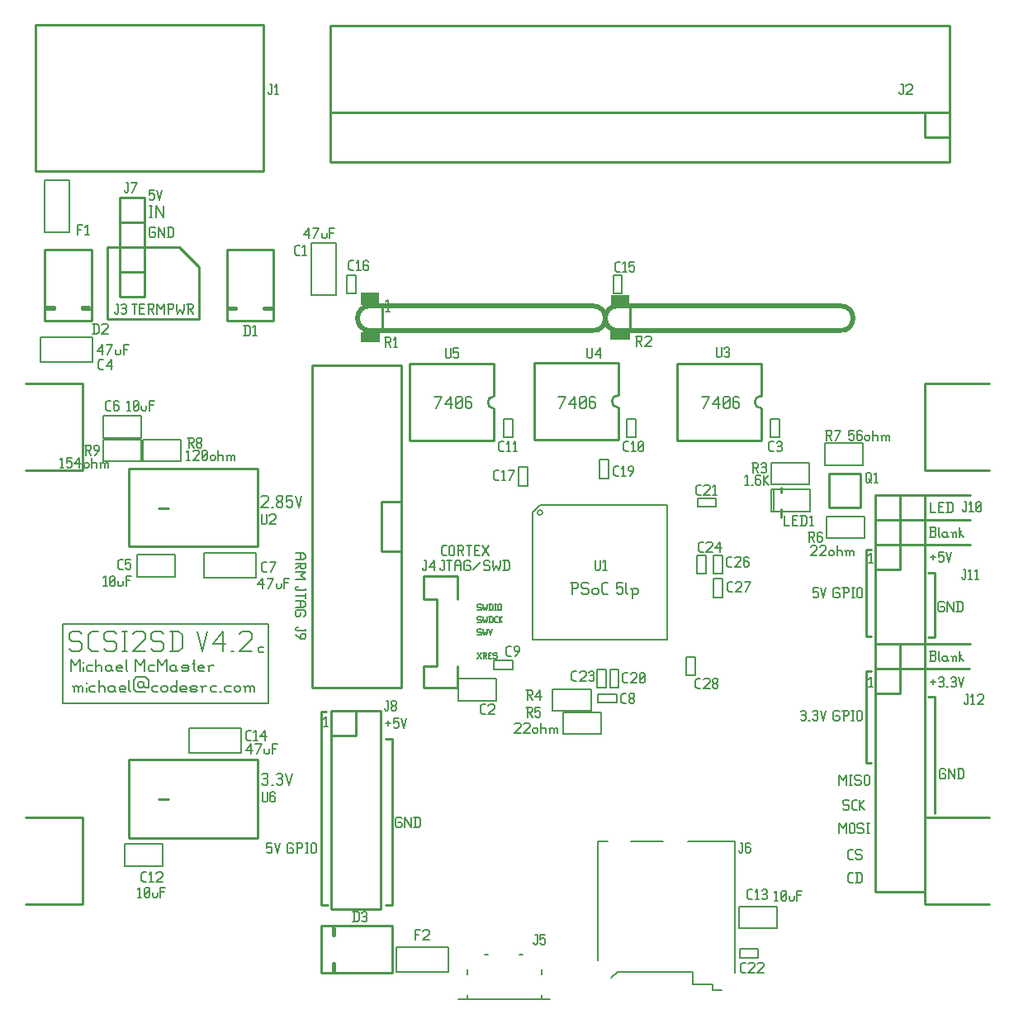
<source format=gto>
G04 start of page 13 for group -4079 idx -4079 *
G04 Title: (unknown), topsilk *
G04 Creator: pcb 20140316 *
G04 CreationDate: Tue 09 Dec 2014 10:14:49 GMT UTC *
G04 For: michael *
G04 Format: Gerber/RS-274X *
G04 PCB-Dimensions (mil): 3930.00 3937.00 *
G04 PCB-Coordinate-Origin: lower left *
%MOIN*%
%FSLAX25Y25*%
%LNGTO*%
%ADD182C,0.0200*%
%ADD181C,0.0080*%
%ADD180C,0.0060*%
%ADD179C,0.0100*%
%ADD178C,0.0001*%
G54D178*G36*
X137400Y285400D02*X144900D01*
Y280400D01*
X137400D01*
Y285400D01*
G37*
G36*
X238300Y284200D02*X245800D01*
Y279200D01*
X238300D01*
Y284200D01*
G37*
G36*
X238000Y270200D02*X246000D01*
Y266200D01*
X238000D01*
Y270200D01*
G37*
G36*
X137500Y269400D02*X145000D01*
Y265400D01*
X137500D01*
Y269400D01*
G37*
G54D179*X391000Y248700D02*X365000D01*
Y213700D01*
X391000D01*
X362500Y203700D02*X383500D01*
X363500Y193700D02*X383500D01*
X2000Y248700D02*X25000D01*
Y213700D01*
X35000Y303700D02*Y274700D01*
X72000D01*
Y295700D01*
X64000Y303700D01*
X35000D01*
X391000Y73700D02*X365000D01*
Y38700D01*
X391000D02*X365000D01*
X364500Y183700D02*X383500D01*
X366500Y172200D02*X369000D01*
Y146200D01*
X364500Y143700D02*X383500D01*
X365000Y133700D02*X383000D01*
X366500Y122200D02*X369000D01*
Y75200D01*
Y146200D02*X366500D01*
X341500Y172700D02*Y146700D01*
X343500D01*
X341500Y171200D02*Y181700D01*
X343500D01*
Y132700D02*X341500D01*
Y95700D01*
X343500D01*
X25000Y213700D02*X2000D01*
X307000Y198100D02*Y194700D01*
Y204700D02*Y206800D01*
X2000Y38700D02*X25000D01*
Y73700D01*
X2000D01*
X147500Y105200D02*X150000D01*
Y38200D01*
X147500D01*
X123500Y116200D02*X121500D01*
Y38200D01*
X124000D01*
G54D180*X17000Y151700D02*Y119700D01*
X100000D01*
Y151700D01*
X17000D01*
X170200Y177200D02*X171000D01*
Y173700D01*
X170500Y173200D02*X171000Y173700D01*
X170000Y173200D02*X170500D01*
X169500Y173700D02*X170000Y173200D01*
X169500Y174200D02*Y173700D01*
X172200Y177200D02*X174200D01*
X173200D02*Y173200D01*
X175400Y176200D02*Y173200D01*
Y176200D02*X176100Y177200D01*
X177200D01*
X177900Y176200D01*
Y173200D01*
X175400Y175200D02*X177900D01*
X181100Y177200D02*X181600Y176700D01*
X179600Y177200D02*X181100D01*
X179100Y176700D02*X179600Y177200D01*
X179100Y176700D02*Y173700D01*
X179600Y173200D01*
X181100D01*
X181600Y173700D01*
Y174700D02*Y173700D01*
X181100Y175200D02*X181600Y174700D01*
X180100Y175200D02*X181100D01*
X182800Y173700D02*X185800Y176700D01*
X189000Y177200D02*X189500Y176700D01*
X187500Y177200D02*X189000D01*
X187000Y176700D02*X187500Y177200D01*
X187000Y176700D02*Y175700D01*
X187500Y175200D01*
X189000D01*
X189500Y174700D01*
Y173700D01*
X189000Y173200D02*X189500Y173700D01*
X187500Y173200D02*X189000D01*
X187000Y173700D02*X187500Y173200D01*
X190700Y177200D02*Y175200D01*
X191200Y173200D01*
X192200Y175200D01*
X193200Y173200D01*
X193700Y175200D01*
Y177200D02*Y175200D01*
X195400Y177200D02*Y173200D01*
X196700Y177200D02*X197400Y176500D01*
Y173900D01*
X196700Y173200D02*X197400Y173900D01*
X194900Y173200D02*X196700D01*
X194900Y177200D02*X196700D01*
X111000Y180200D02*X114000D01*
X115000Y179500D01*
Y178400D01*
X114000Y177700D01*
X111000D02*X114000D01*
X113000Y180200D02*Y177700D01*
X115000Y176500D02*Y174500D01*
X114500Y174000D01*
X113500D02*X114500D01*
X113000Y174500D02*X113500Y174000D01*
X113000Y176000D02*Y174500D01*
X111000Y176000D02*X115000D01*
X113000Y175200D02*X111000Y174000D01*
Y172800D02*X115000D01*
X113000Y171300D01*
X115000Y169800D01*
X111000D02*X115000D01*
Y166100D02*Y165300D01*
X111500D02*X115000D01*
X111000Y165800D02*X111500Y165300D01*
X111000Y166300D02*Y165800D01*
X111500Y166800D02*X111000Y166300D01*
X111500Y166800D02*X112000D01*
X115000Y164100D02*Y162100D01*
X111000Y163100D02*X115000D01*
X111000Y160900D02*X114000D01*
X115000Y160200D01*
Y159100D01*
X114000Y158400D01*
X111000D02*X114000D01*
X113000Y160900D02*Y158400D01*
X115000Y155200D02*X114500Y154700D01*
X115000Y156700D02*Y155200D01*
X114500Y157200D02*X115000Y156700D01*
X111500Y157200D02*X114500D01*
X111500D02*X111000Y156700D01*
Y155200D01*
X111500Y154700D01*
X112500D01*
X113000Y155200D02*X112500Y154700D01*
X113000Y156200D02*Y155200D01*
X170700Y179200D02*X172000D01*
X170000Y179900D02*X170700Y179200D01*
X170000Y182500D02*Y179900D01*
Y182500D02*X170700Y183200D01*
X172000D01*
X173200Y182700D02*Y179700D01*
Y182700D02*X173700Y183200D01*
X174700D01*
X175200Y182700D01*
Y179700D01*
X174700Y179200D02*X175200Y179700D01*
X173700Y179200D02*X174700D01*
X173200Y179700D02*X173700Y179200D01*
X176400Y183200D02*X178400D01*
X178900Y182700D01*
Y181700D01*
X178400Y181200D02*X178900Y181700D01*
X176900Y181200D02*X178400D01*
X176900Y183200D02*Y179200D01*
X177700Y181200D02*X178900Y179200D01*
X180100Y183200D02*X182100D01*
X181100D02*Y179200D01*
X183300Y181400D02*X184800D01*
X183300Y179200D02*X185300D01*
X183300Y183200D02*Y179200D01*
Y183200D02*X185300D01*
X186500Y179200D02*X189000Y183200D01*
X186500D02*X189000Y179200D01*
X185700Y159600D02*X186000Y159300D01*
X184800Y159600D02*X185700D01*
X184500Y159300D02*X184800Y159600D01*
X184500Y159300D02*Y158700D01*
X184800Y158400D01*
X185700D01*
X186000Y158100D01*
Y157500D01*
X185700Y157200D02*X186000Y157500D01*
X184800Y157200D02*X185700D01*
X184500Y157500D02*X184800Y157200D01*
X186720Y159600D02*Y158400D01*
X187020Y157200D01*
X187620Y158400D01*
X188220Y157200D01*
X188520Y158400D01*
Y159600D02*Y158400D01*
X189540Y159600D02*Y157200D01*
X190320Y159600D02*X190740Y159180D01*
Y157620D01*
X190320Y157200D02*X190740Y157620D01*
X189240Y157200D02*X190320D01*
X189240Y159600D02*X190320D01*
X191460D02*X192060D01*
X191760D02*Y157200D01*
X191460D02*X192060D01*
X192780Y159300D02*Y157500D01*
Y159300D02*X193080Y159600D01*
X193680D01*
X193980Y159300D01*
Y157500D01*
X193680Y157200D02*X193980Y157500D01*
X193080Y157200D02*X193680D01*
X192780Y157500D02*X193080Y157200D01*
X184500Y137700D02*X186000Y140100D01*
X184500D02*X186000Y137700D01*
X186720Y140100D02*X187920D01*
X188220Y139800D01*
Y139200D01*
X187920Y138900D02*X188220Y139200D01*
X187020Y138900D02*X187920D01*
X187020Y140100D02*Y137700D01*
X187500Y138900D02*X188220Y137700D01*
X188940Y139020D02*X189840D01*
X188940Y137700D02*X190140D01*
X188940Y140100D02*Y137700D01*
Y140100D02*X190140D01*
X192060D02*X192360Y139800D01*
X191160Y140100D02*X192060D01*
X190860Y139800D02*X191160Y140100D01*
X190860Y139800D02*Y139200D01*
X191160Y138900D01*
X192060D01*
X192360Y138600D01*
Y138000D01*
X192060Y137700D02*X192360Y138000D01*
X191160Y137700D02*X192060D01*
X190860Y138000D02*X191160Y137700D01*
X153500Y73700D02*X154000Y73200D01*
X152000Y73700D02*X153500D01*
X151500Y73200D02*X152000Y73700D01*
X151500Y73200D02*Y70200D01*
X152000Y69700D01*
X153500D01*
X154000Y70200D01*
Y71200D02*Y70200D01*
X153500Y71700D02*X154000Y71200D01*
X152500Y71700D02*X153500D01*
X155200Y73700D02*Y69700D01*
Y73700D02*X157700Y69700D01*
Y73700D02*Y69700D01*
X159400Y73700D02*Y69700D01*
X160700Y73700D02*X161400Y73000D01*
Y70400D01*
X160700Y69700D02*X161400Y70400D01*
X158900Y69700D02*X160700D01*
X158900Y73700D02*X160700D01*
X147500Y111700D02*X149500D01*
X148500Y112700D02*Y110700D01*
X150700Y113700D02*X152700D01*
X150700D02*Y111700D01*
X151200Y112200D01*
X152200D01*
X152700Y111700D01*
Y110200D01*
X152200Y109700D02*X152700Y110200D01*
X151200Y109700D02*X152200D01*
X150700Y110200D02*X151200Y109700D01*
X153900Y113700D02*X154900Y109700D01*
X155900Y113700D01*
X99500Y63200D02*X101500D01*
X99500D02*Y61200D01*
X100000Y61700D01*
X101000D01*
X101500Y61200D01*
Y59700D01*
X101000Y59200D02*X101500Y59700D01*
X100000Y59200D02*X101000D01*
X99500Y59700D02*X100000Y59200D01*
X102700Y63200D02*X103700Y59200D01*
X104700Y63200D01*
X109700D02*X110200Y62700D01*
X108200Y63200D02*X109700D01*
X107700Y62700D02*X108200Y63200D01*
X107700Y62700D02*Y59700D01*
X108200Y59200D01*
X109700D01*
X110200Y59700D01*
Y60700D02*Y59700D01*
X109700Y61200D02*X110200Y60700D01*
X108700Y61200D02*X109700D01*
X111900Y63200D02*Y59200D01*
X111400Y63200D02*X113400D01*
X113900Y62700D01*
Y61700D01*
X113400Y61200D02*X113900Y61700D01*
X111900Y61200D02*X113400D01*
X115100Y63200D02*X116100D01*
X115600D02*Y59200D01*
X115100D02*X116100D01*
X117300Y62700D02*Y59700D01*
Y62700D02*X117800Y63200D01*
X118800D01*
X119300Y62700D01*
Y59700D01*
X118800Y59200D02*X119300Y59700D01*
X117800Y59200D02*X118800D01*
X117300Y59700D02*X117800Y59200D01*
X122500Y113400D02*X123300Y114200D01*
Y110200D01*
X122500D02*X124000D01*
X199500Y111200D02*X200000Y111700D01*
X201500D01*
X202000Y111200D01*
Y110200D01*
X199500Y107700D02*X202000Y110200D01*
X199500Y107700D02*X202000D01*
X203200Y111200D02*X203700Y111700D01*
X205200D01*
X205700Y111200D01*
Y110200D01*
X203200Y107700D02*X205700Y110200D01*
X203200Y107700D02*X205700D01*
X206900Y109200D02*Y108200D01*
Y109200D02*X207400Y109700D01*
X208400D01*
X208900Y109200D01*
Y108200D01*
X208400Y107700D02*X208900Y108200D01*
X207400Y107700D02*X208400D01*
X206900Y108200D02*X207400Y107700D01*
X210100Y111700D02*Y107700D01*
Y109200D02*X210600Y109700D01*
X211600D01*
X212100Y109200D01*
Y107700D01*
X213800Y109200D02*Y107700D01*
Y109200D02*X214300Y109700D01*
X214800D01*
X215300Y109200D01*
Y107700D01*
Y109200D02*X215800Y109700D01*
X216300D01*
X216800Y109200D01*
Y107700D01*
X213300Y109700D02*X213800Y109200D01*
X185700Y149600D02*X186000Y149300D01*
X184800Y149600D02*X185700D01*
X184500Y149300D02*X184800Y149600D01*
X184500Y149300D02*Y148700D01*
X184800Y148400D01*
X185700D01*
X186000Y148100D01*
Y147500D01*
X185700Y147200D02*X186000Y147500D01*
X184800Y147200D02*X185700D01*
X184500Y147500D02*X184800Y147200D01*
X186720Y149600D02*Y148400D01*
X187020Y147200D01*
X187620Y148400D01*
X188220Y147200D01*
X188520Y148400D01*
Y149600D02*Y148400D01*
X189240Y149600D02*X189840Y147200D01*
X190440Y149600D01*
X185700Y154600D02*X186000Y154300D01*
X184800Y154600D02*X185700D01*
X184500Y154300D02*X184800Y154600D01*
X184500Y154300D02*Y153700D01*
X184800Y153400D01*
X185700D01*
X186000Y153100D01*
Y152500D01*
X185700Y152200D02*X186000Y152500D01*
X184800Y152200D02*X185700D01*
X184500Y152500D02*X184800Y152200D01*
X186720Y154600D02*Y153400D01*
X187020Y152200D01*
X187620Y153400D01*
X188220Y152200D01*
X188520Y153400D01*
Y154600D02*Y153400D01*
X189540Y154600D02*Y152200D01*
X190320Y154600D02*X190740Y154180D01*
Y152620D01*
X190320Y152200D02*X190740Y152620D01*
X189240Y152200D02*X190320D01*
X189240Y154600D02*X190320D01*
X191880Y152200D02*X192660D01*
X191460Y152620D02*X191880Y152200D01*
X191460Y154180D02*Y152620D01*
Y154180D02*X191880Y154600D01*
X192660D01*
X193380D02*Y152200D01*
Y153400D02*X194580Y154600D01*
X193380Y153400D02*X194580Y152200D01*
X222600Y168500D02*Y163700D01*
X222000Y168500D02*X224400D01*
X225000Y167900D01*
Y166700D01*
X224400Y166100D02*X225000Y166700D01*
X222600Y166100D02*X224400D01*
X228840Y168500D02*X229440Y167900D01*
X227040Y168500D02*X228840D01*
X226440Y167900D02*X227040Y168500D01*
X226440Y167900D02*Y166700D01*
X227040Y166100D01*
X228840D01*
X229440Y165500D01*
Y164300D01*
X228840Y163700D02*X229440Y164300D01*
X227040Y163700D02*X228840D01*
X226440Y164300D02*X227040Y163700D01*
X230880Y165500D02*Y164300D01*
Y165500D02*X231480Y166100D01*
X232680D01*
X233280Y165500D01*
Y164300D01*
X232680Y163700D02*X233280Y164300D01*
X231480Y163700D02*X232680D01*
X230880Y164300D02*X231480Y163700D01*
X235560D02*X237120D01*
X234720Y164540D02*X235560Y163700D01*
X234720Y167660D02*Y164540D01*
Y167660D02*X235560Y168500D01*
X237120D01*
X240720D02*X243120D01*
X240720D02*Y166100D01*
X241320Y166700D01*
X242520D01*
X243120Y166100D01*
Y164300D01*
X242520Y163700D02*X243120Y164300D01*
X241320Y163700D02*X242520D01*
X240720Y164300D02*X241320Y163700D01*
X244560Y168500D02*Y164300D01*
X245160Y163700D01*
X246960Y165500D02*Y161900D01*
X246360Y166100D02*X246960Y165500D01*
X247560Y166100D01*
X248760D01*
X249360Y165500D01*
Y164300D01*
X248760Y163700D02*X249360Y164300D01*
X247560Y163700D02*X248760D01*
X246960Y164300D02*X247560Y163700D01*
X367500Y200700D02*Y196700D01*
X369500D01*
X370700Y198900D02*X372200D01*
X370700Y196700D02*X372700D01*
X370700Y200700D02*Y196700D01*
Y200700D02*X372700D01*
X374400D02*Y196700D01*
X375700Y200700D02*X376400Y200000D01*
Y197400D01*
X375700Y196700D02*X376400Y197400D01*
X373900Y196700D02*X375700D01*
X373900Y200700D02*X375700D01*
X367000Y186700D02*X369000D01*
X369500Y187200D01*
Y188400D02*Y187200D01*
X369000Y188900D02*X369500Y188400D01*
X367500Y188900D02*X369000D01*
X367500Y190700D02*Y186700D01*
X367000Y190700D02*X369000D01*
X369500Y190200D01*
Y189400D01*
X369000Y188900D02*X369500Y189400D01*
X370700Y190700D02*Y187200D01*
X371200Y186700D01*
X373700Y188700D02*X374200Y188200D01*
X372700Y188700D02*X373700D01*
X372200Y188200D02*X372700Y188700D01*
X372200Y188200D02*Y187200D01*
X372700Y186700D01*
X374200Y188700D02*Y187200D01*
X374700Y186700D01*
X372700D02*X373700D01*
X374200Y187200D01*
X376400Y188200D02*Y186700D01*
Y188200D02*X376900Y188700D01*
X377400D01*
X377900Y188200D01*
Y186700D01*
X375900Y188700D02*X376400Y188200D01*
X379100Y190700D02*Y186700D01*
Y188200D02*X380600Y186700D01*
X379100Y188200D02*X380100Y189200D01*
X367500Y178700D02*X369500D01*
X368500Y179700D02*Y177700D01*
X370700Y180700D02*X372700D01*
X370700D02*Y178700D01*
X371200Y179200D01*
X372200D01*
X372700Y178700D01*
Y177200D01*
X372200Y176700D02*X372700Y177200D01*
X371200Y176700D02*X372200D01*
X370700Y177200D02*X371200Y176700D01*
X373900Y180700D02*X374900Y176700D01*
X375900Y180700D01*
X342500Y179400D02*X343300Y180200D01*
Y176200D01*
X342500D02*X344000D01*
X334500Y229700D02*X336500D01*
X334500D02*Y227700D01*
X335000Y228200D01*
X336000D01*
X336500Y227700D01*
Y226200D01*
X336000Y225700D02*X336500Y226200D01*
X335000Y225700D02*X336000D01*
X334500Y226200D02*X335000Y225700D01*
X339200Y229700D02*X339700Y229200D01*
X338200Y229700D02*X339200D01*
X337700Y229200D02*X338200Y229700D01*
X337700Y229200D02*Y226200D01*
X338200Y225700D01*
X339200Y227900D02*X339700Y227400D01*
X337700Y227900D02*X339200D01*
X338200Y225700D02*X339200D01*
X339700Y226200D01*
Y227400D02*Y226200D01*
X340900Y227200D02*Y226200D01*
Y227200D02*X341400Y227700D01*
X342400D01*
X342900Y227200D01*
Y226200D01*
X342400Y225700D02*X342900Y226200D01*
X341400Y225700D02*X342400D01*
X340900Y226200D02*X341400Y225700D01*
X344100Y229700D02*Y225700D01*
Y227200D02*X344600Y227700D01*
X345600D01*
X346100Y227200D01*
Y225700D01*
X347800Y227200D02*Y225700D01*
Y227200D02*X348300Y227700D01*
X348800D01*
X349300Y227200D01*
Y225700D01*
Y227200D02*X349800Y227700D01*
X350300D01*
X350800Y227200D01*
Y225700D01*
X347300Y227700D02*X347800Y227200D01*
X367500Y128200D02*X369500D01*
X368500Y129200D02*Y127200D01*
X370700Y129700D02*X371200Y130200D01*
X372200D01*
X372700Y129700D01*
X372200Y126200D02*X372700Y126700D01*
X371200Y126200D02*X372200D01*
X370700Y126700D02*X371200Y126200D01*
Y128400D02*X372200D01*
X372700Y129700D02*Y128900D01*
Y127900D02*Y126700D01*
Y127900D02*X372200Y128400D01*
X372700Y128900D02*X372200Y128400D01*
X373900Y126200D02*X374400D01*
X375600Y129700D02*X376100Y130200D01*
X377100D01*
X377600Y129700D01*
X377100Y126200D02*X377600Y126700D01*
X376100Y126200D02*X377100D01*
X375600Y126700D02*X376100Y126200D01*
Y128400D02*X377100D01*
X377600Y129700D02*Y128900D01*
Y127900D02*Y126700D01*
Y127900D02*X377100Y128400D01*
X377600Y128900D02*X377100Y128400D01*
X378800Y130200D02*X379800Y126200D01*
X380800Y130200D01*
X367000Y136700D02*X369000D01*
X369500Y137200D01*
Y138400D02*Y137200D01*
X369000Y138900D02*X369500Y138400D01*
X367500Y138900D02*X369000D01*
X367500Y140700D02*Y136700D01*
X367000Y140700D02*X369000D01*
X369500Y140200D01*
Y139400D01*
X369000Y138900D02*X369500Y139400D01*
X370700Y140700D02*Y137200D01*
X371200Y136700D01*
X373700Y138700D02*X374200Y138200D01*
X372700Y138700D02*X373700D01*
X372200Y138200D02*X372700Y138700D01*
X372200Y138200D02*Y137200D01*
X372700Y136700D01*
X374200Y138700D02*Y137200D01*
X374700Y136700D01*
X372700D02*X373700D01*
X374200Y137200D01*
X376400Y138200D02*Y136700D01*
Y138200D02*X376900Y138700D01*
X377400D01*
X377900Y138200D01*
Y136700D01*
X375900Y138700D02*X376400Y138200D01*
X379100Y140700D02*Y136700D01*
Y138200D02*X380600Y136700D01*
X379100Y138200D02*X380100Y139200D01*
X372500Y160700D02*X373000Y160200D01*
X371000Y160700D02*X372500D01*
X370500Y160200D02*X371000Y160700D01*
X370500Y160200D02*Y157200D01*
X371000Y156700D01*
X372500D01*
X373000Y157200D01*
Y158200D02*Y157200D01*
X372500Y158700D02*X373000Y158200D01*
X371500Y158700D02*X372500D01*
X374200Y160700D02*Y156700D01*
Y160700D02*X376700Y156700D01*
Y160700D02*Y156700D01*
X378400Y160700D02*Y156700D01*
X379700Y160700D02*X380400Y160000D01*
Y157400D01*
X379700Y156700D02*X380400Y157400D01*
X377900Y156700D02*X379700D01*
X377900Y160700D02*X379700D01*
X320000Y166200D02*X322000D01*
X320000D02*Y164200D01*
X320500Y164700D01*
X321500D01*
X322000Y164200D01*
Y162700D01*
X321500Y162200D02*X322000Y162700D01*
X320500Y162200D02*X321500D01*
X320000Y162700D02*X320500Y162200D01*
X323200Y166200D02*X324200Y162200D01*
X325200Y166200D01*
X330200D02*X330700Y165700D01*
X328700Y166200D02*X330200D01*
X328200Y165700D02*X328700Y166200D01*
X328200Y165700D02*Y162700D01*
X328700Y162200D01*
X330200D01*
X330700Y162700D01*
Y163700D02*Y162700D01*
X330200Y164200D02*X330700Y163700D01*
X329200Y164200D02*X330200D01*
X332400Y166200D02*Y162200D01*
X331900Y166200D02*X333900D01*
X334400Y165700D01*
Y164700D01*
X333900Y164200D02*X334400Y164700D01*
X332400Y164200D02*X333900D01*
X335600Y166200D02*X336600D01*
X336100D02*Y162200D01*
X335600D02*X336600D01*
X337800Y165700D02*Y162700D01*
Y165700D02*X338300Y166200D01*
X339300D01*
X339800Y165700D01*
Y162700D01*
X339300Y162200D02*X339800Y162700D01*
X338300Y162200D02*X339300D01*
X337800Y162700D02*X338300Y162200D01*
X319000Y182700D02*X319500Y183200D01*
X321000D01*
X321500Y182700D01*
Y181700D01*
X319000Y179200D02*X321500Y181700D01*
X319000Y179200D02*X321500D01*
X322700Y182700D02*X323200Y183200D01*
X324700D01*
X325200Y182700D01*
Y181700D01*
X322700Y179200D02*X325200Y181700D01*
X322700Y179200D02*X325200D01*
X326400Y180700D02*Y179700D01*
Y180700D02*X326900Y181200D01*
X327900D01*
X328400Y180700D01*
Y179700D01*
X327900Y179200D02*X328400Y179700D01*
X326900Y179200D02*X327900D01*
X326400Y179700D02*X326900Y179200D01*
X329600Y183200D02*Y179200D01*
Y180700D02*X330100Y181200D01*
X331100D01*
X331600Y180700D01*
Y179200D01*
X333300Y180700D02*Y179200D01*
Y180700D02*X333800Y181200D01*
X334300D01*
X334800Y180700D01*
Y179200D01*
Y180700D02*X335300Y181200D01*
X335800D01*
X336300Y180700D01*
Y179200D01*
X332800Y181200D02*X333300Y180700D01*
X292500Y210900D02*X293300Y211700D01*
Y207700D01*
X292500D02*X294000D01*
X295200D02*X295700D01*
X298400Y211700D02*X298900Y211200D01*
X297400Y211700D02*X298400D01*
X296900Y211200D02*X297400Y211700D01*
X296900Y211200D02*Y208200D01*
X297400Y207700D01*
X298400Y209900D02*X298900Y209400D01*
X296900Y209900D02*X298400D01*
X297400Y207700D02*X298400D01*
X298900Y208200D01*
Y209400D02*Y208200D01*
X300100Y211700D02*Y207700D01*
Y209700D02*X302100Y211700D01*
X300100Y209700D02*X302100Y207700D01*
X52000Y326700D02*X54000D01*
X52000D02*Y324700D01*
X52500Y325200D01*
X53500D01*
X54000Y324700D01*
Y323200D01*
X53500Y322700D02*X54000Y323200D01*
X52500Y322700D02*X53500D01*
X52000Y323200D02*X52500Y322700D01*
X55200Y326700D02*X56200Y322700D01*
X57200Y326700D01*
X54000Y311700D02*X54500Y311200D01*
X52500Y311700D02*X54000D01*
X52000Y311200D02*X52500Y311700D01*
X52000Y311200D02*Y308200D01*
X52500Y307700D01*
X54000D01*
X54500Y308200D01*
Y309200D02*Y308200D01*
X54000Y309700D02*X54500Y309200D01*
X53000Y309700D02*X54000D01*
X55700Y311700D02*Y307700D01*
Y311700D02*X58200Y307700D01*
Y311700D02*Y307700D01*
X59900Y311700D02*Y307700D01*
X61200Y311700D02*X61900Y311000D01*
Y308400D01*
X61200Y307700D02*X61900Y308400D01*
X59400Y307700D02*X61200D01*
X59400Y311700D02*X61200D01*
X114300Y308800D02*X116300Y311300D01*
X114300Y308800D02*X116800D01*
X116300Y311300D02*Y307300D01*
X118500D02*X120500Y311300D01*
X118000D02*X120500D01*
X121700Y309300D02*Y307800D01*
X122200Y307300D01*
X123200D01*
X123700Y307800D01*
Y309300D02*Y307800D01*
X124900Y311300D02*Y307300D01*
Y311300D02*X126900D01*
X124900Y309500D02*X126400D01*
X45000Y280700D02*X47000D01*
X46000D02*Y276700D01*
X48200Y278900D02*X49700D01*
X48200Y276700D02*X50200D01*
X48200Y280700D02*Y276700D01*
Y280700D02*X50200D01*
X51400D02*X53400D01*
X53900Y280200D01*
Y279200D01*
X53400Y278700D02*X53900Y279200D01*
X51900Y278700D02*X53400D01*
X51900Y280700D02*Y276700D01*
X52700Y278700D02*X53900Y276700D01*
X55100Y280700D02*Y276700D01*
Y280700D02*X56600Y278700D01*
X58100Y280700D01*
Y276700D01*
X59800Y280700D02*Y276700D01*
X59300Y280700D02*X61300D01*
X61800Y280200D01*
Y279200D01*
X61300Y278700D02*X61800Y279200D01*
X59800Y278700D02*X61300D01*
X63000Y280700D02*Y278700D01*
X63500Y276700D01*
X64500Y278700D01*
X65500Y276700D01*
X66000Y278700D01*
Y280700D02*Y278700D01*
X67200Y280700D02*X69200D01*
X69700Y280200D01*
Y279200D01*
X69200Y278700D02*X69700Y279200D01*
X67700Y278700D02*X69200D01*
X67700Y280700D02*Y276700D01*
X68500Y278700D02*X69700Y276700D01*
X43000Y240900D02*X43800Y241700D01*
Y237700D01*
X43000D02*X44500D01*
X45700Y238200D02*X46200Y237700D01*
X45700Y241200D02*Y238200D01*
Y241200D02*X46200Y241700D01*
X47200D01*
X47700Y241200D01*
Y238200D01*
X47200Y237700D02*X47700Y238200D01*
X46200Y237700D02*X47200D01*
X45700Y238700D02*X47700Y240700D01*
X48900Y239700D02*Y238200D01*
X49400Y237700D01*
X50400D01*
X50900Y238200D01*
Y239700D02*Y238200D01*
X52100Y241700D02*Y237700D01*
Y241700D02*X54100D01*
X52100Y239900D02*X53600D01*
X31000Y261700D02*X33000Y264200D01*
X31000Y261700D02*X33500D01*
X33000Y264200D02*Y260200D01*
X35200D02*X37200Y264200D01*
X34700D02*X37200D01*
X38400Y262200D02*Y260700D01*
X38900Y260200D01*
X39900D01*
X40400Y260700D01*
Y262200D02*Y260700D01*
X41600Y264200D02*Y260200D01*
Y264200D02*X43600D01*
X41600Y262400D02*X43100D01*
X147300Y281540D02*X148260Y282500D01*
Y277700D01*
X147300D02*X149100D01*
X167600Y238700D02*X170000Y243500D01*
X167000D02*X170000D01*
X171440Y240500D02*X173840Y243500D01*
X171440Y240500D02*X174440D01*
X173840Y243500D02*Y238700D01*
X175880Y239300D02*X176480Y238700D01*
X175880Y242900D02*Y239300D01*
Y242900D02*X176480Y243500D01*
X177680D01*
X178280Y242900D01*
Y239300D01*
X177680Y238700D02*X178280Y239300D01*
X176480Y238700D02*X177680D01*
X175880Y239900D02*X178280Y242300D01*
X181520Y243500D02*X182120Y242900D01*
X180320Y243500D02*X181520D01*
X179720Y242900D02*X180320Y243500D01*
X179720Y242900D02*Y239300D01*
X180320Y238700D01*
X181520Y241340D02*X182120Y240740D01*
X179720Y241340D02*X181520D01*
X180320Y238700D02*X181520D01*
X182120Y239300D01*
Y240740D02*Y239300D01*
X217600Y238700D02*X220000Y243500D01*
X217000D02*X220000D01*
X221440Y240500D02*X223840Y243500D01*
X221440Y240500D02*X224440D01*
X223840Y243500D02*Y238700D01*
X225880Y239300D02*X226480Y238700D01*
X225880Y242900D02*Y239300D01*
Y242900D02*X226480Y243500D01*
X227680D01*
X228280Y242900D01*
Y239300D01*
X227680Y238700D02*X228280Y239300D01*
X226480Y238700D02*X227680D01*
X225880Y239900D02*X228280Y242300D01*
X231520Y243500D02*X232120Y242900D01*
X230320Y243500D02*X231520D01*
X229720Y242900D02*X230320Y243500D01*
X229720Y242900D02*Y239300D01*
X230320Y238700D01*
X231520Y241340D02*X232120Y240740D01*
X229720Y241340D02*X231520D01*
X230320Y238700D02*X231520D01*
X232120Y239300D01*
Y240740D02*Y239300D01*
X275600Y238700D02*X278000Y243500D01*
X275000D02*X278000D01*
X279440Y240500D02*X281840Y243500D01*
X279440Y240500D02*X282440D01*
X281840Y243500D02*Y238700D01*
X283880Y239300D02*X284480Y238700D01*
X283880Y242900D02*Y239300D01*
Y242900D02*X284480Y243500D01*
X285680D01*
X286280Y242900D01*
Y239300D01*
X285680Y238700D02*X286280Y239300D01*
X284480Y238700D02*X285680D01*
X283880Y239900D02*X286280Y242300D01*
X289520Y243500D02*X290120Y242900D01*
X288320Y243500D02*X289520D01*
X287720Y242900D02*X288320Y243500D01*
X287720Y242900D02*Y239300D01*
X288320Y238700D01*
X289520Y241340D02*X290120Y240740D01*
X287720Y241340D02*X289520D01*
X288320Y238700D02*X289520D01*
X290120Y239300D01*
Y240740D02*Y239300D01*
X52000Y320500D02*X53200D01*
X52600D02*Y315700D01*
X52000D02*X53200D01*
X54640Y320500D02*Y315700D01*
Y320500D02*X57640Y315700D01*
Y320500D02*Y315700D01*
X97000Y202900D02*X97600Y203500D01*
X99400D01*
X100000Y202900D01*
Y201700D01*
X97000Y198700D02*X100000Y201700D01*
X97000Y198700D02*X100000D01*
X101440D02*X102040D01*
X103480Y199300D02*X104080Y198700D01*
X103480Y200260D02*Y199300D01*
Y200260D02*X104320Y201100D01*
X105040D01*
X105880Y200260D01*
Y199300D01*
X105280Y198700D02*X105880Y199300D01*
X104080Y198700D02*X105280D01*
X103480Y201940D02*X104320Y201100D01*
X103480Y202900D02*Y201940D01*
Y202900D02*X104080Y203500D01*
X105280D01*
X105880Y202900D01*
Y201940D01*
X105040Y201100D02*X105880Y201940D01*
X107320Y203500D02*X109720D01*
X107320D02*Y201100D01*
X107920Y201700D01*
X109120D01*
X109720Y201100D01*
Y199300D01*
X109120Y198700D02*X109720Y199300D01*
X107920Y198700D02*X109120D01*
X107320Y199300D02*X107920Y198700D01*
X111160Y203500D02*X112360Y198700D01*
X113560Y203500D01*
X97500Y90900D02*X98100Y91500D01*
X99300D01*
X99900Y90900D01*
X99300Y86700D02*X99900Y87300D01*
X98100Y86700D02*X99300D01*
X97500Y87300D02*X98100Y86700D01*
Y89340D02*X99300D01*
X99900Y90900D02*Y89940D01*
Y88740D02*Y87300D01*
Y88740D02*X99300Y89340D01*
X99900Y89940D02*X99300Y89340D01*
X101340Y86700D02*X101940D01*
X103380Y90900D02*X103980Y91500D01*
X105180D01*
X105780Y90900D01*
X105180Y86700D02*X105780Y87300D01*
X103980Y86700D02*X105180D01*
X103380Y87300D02*X103980Y86700D01*
Y89340D02*X105180D01*
X105780Y90900D02*Y89940D01*
Y88740D02*Y87300D01*
Y88740D02*X105180Y89340D01*
X105780Y89940D02*X105180Y89340D01*
X107220Y91500D02*X108420Y86700D01*
X109620Y91500D01*
X91100Y100800D02*X93100Y103300D01*
X91100Y100800D02*X93600D01*
X93100Y103300D02*Y99300D01*
X95300D02*X97300Y103300D01*
X94800D02*X97300D01*
X98500Y101300D02*Y99800D01*
X99000Y99300D01*
X100000D01*
X100500Y99800D01*
Y101300D02*Y99800D01*
X101700Y103300D02*Y99300D01*
Y103300D02*X103700D01*
X101700Y101500D02*X103200D01*
X91100Y100800D02*X93100Y103300D01*
X91100Y100800D02*X93600D01*
X93100Y103300D02*Y99300D01*
X95300D02*X97300Y103300D01*
X94800D02*X97300D01*
X98500Y101300D02*Y99800D01*
X99000Y99300D01*
X100000D01*
X100500Y99800D01*
Y101300D02*Y99800D01*
X101700Y103300D02*Y99300D01*
Y103300D02*X103700D01*
X101700Y101500D02*X103200D01*
X67000Y220900D02*X67800Y221700D01*
Y217700D01*
X67000D02*X68500D01*
X69700Y221200D02*X70200Y221700D01*
X71700D01*
X72200Y221200D01*
Y220200D01*
X69700Y217700D02*X72200Y220200D01*
X69700Y217700D02*X72200D01*
X73400Y218200D02*X73900Y217700D01*
X73400Y221200D02*Y218200D01*
Y221200D02*X73900Y221700D01*
X74900D01*
X75400Y221200D01*
Y218200D01*
X74900Y217700D02*X75400Y218200D01*
X73900Y217700D02*X74900D01*
X73400Y218700D02*X75400Y220700D01*
X76600Y219200D02*Y218200D01*
Y219200D02*X77100Y219700D01*
X78100D01*
X78600Y219200D01*
Y218200D01*
X78100Y217700D02*X78600Y218200D01*
X77100Y217700D02*X78100D01*
X76600Y218200D02*X77100Y217700D01*
X79800Y221700D02*Y217700D01*
Y219200D02*X80300Y219700D01*
X81300D01*
X81800Y219200D01*
Y217700D01*
X83500Y219200D02*Y217700D01*
Y219200D02*X84000Y219700D01*
X84500D01*
X85000Y219200D01*
Y217700D01*
Y219200D02*X85500Y219700D01*
X86000D01*
X86500Y219200D01*
Y217700D01*
X83000Y219700D02*X83500Y219200D01*
X16000Y217900D02*X16800Y218700D01*
Y214700D01*
X16000D02*X17500D01*
X18700Y218700D02*X20700D01*
X18700D02*Y216700D01*
X19200Y217200D01*
X20200D01*
X20700Y216700D01*
Y215200D01*
X20200Y214700D02*X20700Y215200D01*
X19200Y214700D02*X20200D01*
X18700Y215200D02*X19200Y214700D01*
X21900Y216200D02*X23900Y218700D01*
X21900Y216200D02*X24400D01*
X23900Y218700D02*Y214700D01*
X25600Y216200D02*Y215200D01*
Y216200D02*X26100Y216700D01*
X27100D01*
X27600Y216200D01*
Y215200D01*
X27100Y214700D02*X27600Y215200D01*
X26100Y214700D02*X27100D01*
X25600Y215200D02*X26100Y214700D01*
X28800Y218700D02*Y214700D01*
Y216200D02*X29300Y216700D01*
X30300D01*
X30800Y216200D01*
Y214700D01*
X32500Y216200D02*Y214700D01*
Y216200D02*X33000Y216700D01*
X33500D01*
X34000Y216200D01*
Y214700D01*
Y216200D02*X34500Y216700D01*
X35000D01*
X35500Y216200D01*
Y214700D01*
X32000Y216700D02*X32500Y216200D01*
X20400Y137500D02*Y132700D01*
Y137500D02*X22200Y135100D01*
X24000Y137500D01*
Y132700D01*
X25440Y136300D02*Y136180D01*
Y134500D02*Y132700D01*
X27240Y135100D02*X29040D01*
X26640Y134500D02*X27240Y135100D01*
X26640Y134500D02*Y133300D01*
X27240Y132700D01*
X29040D01*
X30480Y137500D02*Y132700D01*
Y134500D02*X31080Y135100D01*
X32280D01*
X32880Y134500D01*
Y132700D01*
X36120Y135100D02*X36720Y134500D01*
X34920Y135100D02*X36120D01*
X34320Y134500D02*X34920Y135100D01*
X34320Y134500D02*Y133300D01*
X34920Y132700D01*
X36720Y135100D02*Y133300D01*
X37320Y132700D01*
X34920D02*X36120D01*
X36720Y133300D01*
X39360Y132700D02*X41160D01*
X38760Y133300D02*X39360Y132700D01*
X38760Y134500D02*Y133300D01*
Y134500D02*X39360Y135100D01*
X40560D01*
X41160Y134500D01*
X38760Y133900D02*X41160D01*
Y134500D02*Y133900D01*
X42600Y137500D02*Y133300D01*
X43200Y132700D01*
X46560Y137500D02*Y132700D01*
Y137500D02*X48360Y135100D01*
X50160Y137500D01*
Y132700D01*
X52200Y135100D02*X54000D01*
X51600Y134500D02*X52200Y135100D01*
X51600Y134500D02*Y133300D01*
X52200Y132700D01*
X54000D01*
X55440Y137500D02*Y132700D01*
Y137500D02*X57240Y135100D01*
X59040Y137500D01*
Y132700D01*
X62280Y135100D02*X62880Y134500D01*
X61080Y135100D02*X62280D01*
X60480Y134500D02*X61080Y135100D01*
X60480Y134500D02*Y133300D01*
X61080Y132700D01*
X62880Y135100D02*Y133300D01*
X63480Y132700D01*
X61080D02*X62280D01*
X62880Y133300D01*
X65520Y132700D02*X67320D01*
X67920Y133300D01*
X67320Y133900D02*X67920Y133300D01*
X65520Y133900D02*X67320D01*
X64920Y134500D02*X65520Y133900D01*
X64920Y134500D02*X65520Y135100D01*
X67320D01*
X67920Y134500D01*
X64920Y133300D02*X65520Y132700D01*
X69960Y137500D02*Y133300D01*
X70560Y132700D01*
X69360Y135700D02*X70560D01*
X72360Y132700D02*X74160D01*
X71760Y133300D02*X72360Y132700D01*
X71760Y134500D02*Y133300D01*
Y134500D02*X72360Y135100D01*
X73560D01*
X74160Y134500D01*
X71760Y133900D02*X74160D01*
Y134500D02*Y133900D01*
X76200Y134500D02*Y132700D01*
Y134500D02*X76800Y135100D01*
X78000D01*
X75600D02*X76200Y134500D01*
X21600Y126100D02*Y124300D01*
Y126100D02*X22200Y126700D01*
X22800D01*
X23400Y126100D01*
Y124300D01*
Y126100D02*X24000Y126700D01*
X24600D01*
X25200Y126100D01*
Y124300D01*
X21000Y126700D02*X21600Y126100D01*
X26640Y127900D02*Y127780D01*
Y126100D02*Y124300D01*
X28440Y126700D02*X30240D01*
X27840Y126100D02*X28440Y126700D01*
X27840Y126100D02*Y124900D01*
X28440Y124300D01*
X30240D01*
X31680Y129100D02*Y124300D01*
Y126100D02*X32280Y126700D01*
X33480D01*
X34080Y126100D01*
Y124300D01*
X37320Y126700D02*X37920Y126100D01*
X36120Y126700D02*X37320D01*
X35520Y126100D02*X36120Y126700D01*
X35520Y126100D02*Y124900D01*
X36120Y124300D01*
X37920Y126700D02*Y124900D01*
X38520Y124300D01*
X36120D02*X37320D01*
X37920Y124900D01*
X40560Y124300D02*X42360D01*
X39960Y124900D02*X40560Y124300D01*
X39960Y126100D02*Y124900D01*
Y126100D02*X40560Y126700D01*
X41760D01*
X42360Y126100D01*
X39960Y125500D02*X42360D01*
Y126100D02*Y125500D01*
X43800Y129100D02*Y124900D01*
X44400Y124300D01*
X45600Y129100D02*Y125500D01*
X46800Y124300D01*
X50400D01*
X51600Y129100D02*Y126100D01*
Y129100D02*X50400Y130300D01*
X46800D02*X50400D01*
X46800D02*X45600Y129100D01*
X47400Y127900D02*Y126700D01*
X48000Y126100D01*
X49200D01*
X49800Y126700D01*
X50400Y126100D01*
X49800Y128500D02*Y126700D01*
Y127900D02*X49200Y128500D01*
X48000D02*X49200D01*
X48000D02*X47400Y127900D01*
X50400Y126100D02*X51600D01*
X53640Y126700D02*X55440D01*
X53040Y126100D02*X53640Y126700D01*
X53040Y126100D02*Y124900D01*
X53640Y124300D01*
X55440D01*
X56880Y126100D02*Y124900D01*
Y126100D02*X57480Y126700D01*
X58680D01*
X59280Y126100D01*
Y124900D01*
X58680Y124300D02*X59280Y124900D01*
X57480Y124300D02*X58680D01*
X56880Y124900D02*X57480Y124300D01*
X63120Y129100D02*Y124300D01*
X62520D02*X63120Y124900D01*
X61320Y124300D02*X62520D01*
X60720Y124900D02*X61320Y124300D01*
X60720Y126100D02*Y124900D01*
Y126100D02*X61320Y126700D01*
X62520D01*
X63120Y126100D01*
X65160Y124300D02*X66960D01*
X64560Y124900D02*X65160Y124300D01*
X64560Y126100D02*Y124900D01*
Y126100D02*X65160Y126700D01*
X66360D01*
X66960Y126100D01*
X64560Y125500D02*X66960D01*
Y126100D02*Y125500D01*
X69000Y124300D02*X70800D01*
X71400Y124900D01*
X70800Y125500D02*X71400Y124900D01*
X69000Y125500D02*X70800D01*
X68400Y126100D02*X69000Y125500D01*
X68400Y126100D02*X69000Y126700D01*
X70800D01*
X71400Y126100D01*
X68400Y124900D02*X69000Y124300D01*
X73440Y126100D02*Y124300D01*
Y126100D02*X74040Y126700D01*
X75240D01*
X72840D02*X73440Y126100D01*
X77280Y126700D02*X79080D01*
X76680Y126100D02*X77280Y126700D01*
X76680Y126100D02*Y124900D01*
X77280Y124300D01*
X79080D01*
X80520D02*X81120D01*
X83160Y126700D02*X84960D01*
X82560Y126100D02*X83160Y126700D01*
X82560Y126100D02*Y124900D01*
X83160Y124300D01*
X84960D01*
X86400Y126100D02*Y124900D01*
Y126100D02*X87000Y126700D01*
X88200D01*
X88800Y126100D01*
Y124900D01*
X88200Y124300D02*X88800Y124900D01*
X87000Y124300D02*X88200D01*
X86400Y124900D02*X87000Y124300D01*
X90840Y126100D02*Y124300D01*
Y126100D02*X91440Y126700D01*
X92040D01*
X92640Y126100D01*
Y124300D01*
Y126100D02*X93240Y126700D01*
X93840D01*
X94440Y126100D01*
Y124300D01*
X90240Y126700D02*X90840Y126100D01*
G54D181*X23900Y148700D02*X24900Y147700D01*
X20900Y148700D02*X23900D01*
X19900Y147700D02*X20900Y148700D01*
X19900Y147700D02*Y145700D01*
X20900Y144700D01*
X23900D01*
X24900Y143700D01*
Y141700D01*
X23900Y140700D02*X24900Y141700D01*
X20900Y140700D02*X23900D01*
X19900Y141700D02*X20900Y140700D01*
X28700D02*X31300D01*
X27300Y142100D02*X28700Y140700D01*
X27300Y147300D02*Y142100D01*
Y147300D02*X28700Y148700D01*
X31300D01*
X37700D02*X38700Y147700D01*
X34700Y148700D02*X37700D01*
X33700Y147700D02*X34700Y148700D01*
X33700Y147700D02*Y145700D01*
X34700Y144700D01*
X37700D01*
X38700Y143700D01*
Y141700D01*
X37700Y140700D02*X38700Y141700D01*
X34700Y140700D02*X37700D01*
X33700Y141700D02*X34700Y140700D01*
X41100Y148700D02*X43100D01*
X42100D02*Y140700D01*
X41100D02*X43100D01*
X45500Y147700D02*X46500Y148700D01*
X49500D01*
X50500Y147700D01*
Y145700D01*
X45500Y140700D02*X50500Y145700D01*
X45500Y140700D02*X50500D01*
X56900Y148700D02*X57900Y147700D01*
X53900Y148700D02*X56900D01*
X52900Y147700D02*X53900Y148700D01*
X52900Y147700D02*Y145700D01*
X53900Y144700D01*
X56900D01*
X57900Y143700D01*
Y141700D01*
X56900Y140700D02*X57900Y141700D01*
X53900Y140700D02*X56900D01*
X52900Y141700D02*X53900Y140700D01*
X61300Y148700D02*Y140700D01*
X63900Y148700D02*X65300Y147300D01*
Y142100D01*
X63900Y140700D02*X65300Y142100D01*
X60300Y140700D02*X63900D01*
X60300Y148700D02*X63900D01*
X71300D02*X73300Y140700D01*
X75300Y148700D01*
X77700Y143700D02*X81700Y148700D01*
X77700Y143700D02*X82700D01*
X81700Y148700D02*Y140700D01*
X85100D02*X86100D01*
X88500Y147700D02*X89500Y148700D01*
X92500D01*
X93500Y147700D01*
Y145700D01*
X88500Y140700D02*X93500Y145700D01*
X88500Y140700D02*X93500D01*
G54D180*X96500Y142500D02*X98000D01*
X96000Y142000D02*X96500Y142500D01*
X96000Y142000D02*Y141000D01*
X96500Y140500D01*
X98000D01*
X33500Y170200D02*X34300Y171000D01*
Y167000D01*
X33500D02*X35000D01*
X36200Y167500D02*X36700Y167000D01*
X36200Y170500D02*Y167500D01*
Y170500D02*X36700Y171000D01*
X37700D01*
X38200Y170500D01*
Y167500D01*
X37700Y167000D02*X38200Y167500D01*
X36700Y167000D02*X37700D01*
X36200Y168000D02*X38200Y170000D01*
X39400Y169000D02*Y167500D01*
X39900Y167000D01*
X40900D01*
X41400Y167500D01*
Y169000D02*Y167500D01*
X42600Y171000D02*Y167000D01*
Y171000D02*X44600D01*
X42600Y169200D02*X44100D01*
X95900Y167600D02*X97900Y170100D01*
X95900Y167600D02*X98400D01*
X97900Y170100D02*Y166100D01*
X100100D02*X102100Y170100D01*
X99600D02*X102100D01*
X103300Y168100D02*Y166600D01*
X103800Y166100D01*
X104800D01*
X105300Y166600D01*
Y168100D02*Y166600D01*
X106500Y170100D02*Y166100D01*
Y170100D02*X108500D01*
X106500Y168300D02*X108000D01*
X95900Y167600D02*X97900Y170100D01*
X95900Y167600D02*X98400D01*
X97900Y170100D02*Y166100D01*
X100100D02*X102100Y170100D01*
X99600D02*X102100D01*
X103300Y168100D02*Y166600D01*
X103800Y166100D01*
X104800D01*
X105300Y166600D01*
Y168100D02*Y166600D01*
X106500Y170100D02*Y166100D01*
Y170100D02*X108500D01*
X106500Y168300D02*X108000D01*
X47400Y44600D02*X48200Y45400D01*
Y41400D01*
X47400D02*X48900D01*
X50100Y41900D02*X50600Y41400D01*
X50100Y44900D02*Y41900D01*
Y44900D02*X50600Y45400D01*
X51600D01*
X52100Y44900D01*
Y41900D01*
X51600Y41400D02*X52100Y41900D01*
X50600Y41400D02*X51600D01*
X50100Y42400D02*X52100Y44400D01*
X53300Y43400D02*Y41900D01*
X53800Y41400D01*
X54800D01*
X55300Y41900D01*
Y43400D02*Y41900D01*
X56500Y45400D02*Y41400D01*
Y45400D02*X58500D01*
X56500Y43600D02*X58000D01*
X373000Y93200D02*X373500Y92700D01*
X371500Y93200D02*X373000D01*
X371000Y92700D02*X371500Y93200D01*
X371000Y92700D02*Y89700D01*
X371500Y89200D01*
X373000D01*
X373500Y89700D01*
Y90700D02*Y89700D01*
X373000Y91200D02*X373500Y90700D01*
X372000Y91200D02*X373000D01*
X374700Y93200D02*Y89200D01*
Y93200D02*X377200Y89200D01*
Y93200D02*Y89200D01*
X378900Y93200D02*Y89200D01*
X380200Y93200D02*X380900Y92500D01*
Y89900D01*
X380200Y89200D02*X380900Y89900D01*
X378400Y89200D02*X380200D01*
X378400Y93200D02*X380200D01*
X330500Y90700D02*Y86700D01*
Y90700D02*X332000Y88700D01*
X333500Y90700D01*
Y86700D01*
X334700Y90700D02*X335700D01*
X335200D02*Y86700D01*
X334700D02*X335700D01*
X338900Y90700D02*X339400Y90200D01*
X337400Y90700D02*X338900D01*
X336900Y90200D02*X337400Y90700D01*
X336900Y90200D02*Y89200D01*
X337400Y88700D01*
X338900D01*
X339400Y88200D01*
Y87200D01*
X338900Y86700D02*X339400Y87200D01*
X337400Y86700D02*X338900D01*
X336900Y87200D02*X337400Y86700D01*
X340600Y90200D02*Y87200D01*
Y90200D02*X341100Y90700D01*
X342100D01*
X342600Y90200D01*
Y87200D01*
X342100Y86700D02*X342600Y87200D01*
X341100Y86700D02*X342100D01*
X340600Y87200D02*X341100Y86700D01*
X342500Y129400D02*X343300Y130200D01*
Y126200D01*
X342500D02*X344000D01*
X315000Y116200D02*X315500Y116700D01*
X316500D01*
X317000Y116200D01*
X316500Y112700D02*X317000Y113200D01*
X315500Y112700D02*X316500D01*
X315000Y113200D02*X315500Y112700D01*
Y114900D02*X316500D01*
X317000Y116200D02*Y115400D01*
Y114400D02*Y113200D01*
Y114400D02*X316500Y114900D01*
X317000Y115400D02*X316500Y114900D01*
X318200Y112700D02*X318700D01*
X319900Y116200D02*X320400Y116700D01*
X321400D01*
X321900Y116200D01*
X321400Y112700D02*X321900Y113200D01*
X320400Y112700D02*X321400D01*
X319900Y113200D02*X320400Y112700D01*
Y114900D02*X321400D01*
X321900Y116200D02*Y115400D01*
Y114400D02*Y113200D01*
Y114400D02*X321400Y114900D01*
X321900Y115400D02*X321400Y114900D01*
X323100Y116700D02*X324100Y112700D01*
X325100Y116700D01*
X330100D02*X330600Y116200D01*
X328600Y116700D02*X330100D01*
X328100Y116200D02*X328600Y116700D01*
X328100Y116200D02*Y113200D01*
X328600Y112700D01*
X330100D01*
X330600Y113200D01*
Y114200D02*Y113200D01*
X330100Y114700D02*X330600Y114200D01*
X329100Y114700D02*X330100D01*
X332300Y116700D02*Y112700D01*
X331800Y116700D02*X333800D01*
X334300Y116200D01*
Y115200D01*
X333800Y114700D02*X334300Y115200D01*
X332300Y114700D02*X333800D01*
X335500Y116700D02*X336500D01*
X336000D02*Y112700D01*
X335500D02*X336500D01*
X337700Y116200D02*Y113200D01*
Y116200D02*X338200Y116700D01*
X339200D01*
X339700Y116200D01*
Y113200D01*
X339200Y112700D02*X339700Y113200D01*
X338200Y112700D02*X339200D01*
X337700Y113200D02*X338200Y112700D01*
X334000Y80700D02*X334500Y80200D01*
X332500Y80700D02*X334000D01*
X332000Y80200D02*X332500Y80700D01*
X332000Y80200D02*Y79200D01*
X332500Y78700D01*
X334000D01*
X334500Y78200D01*
Y77200D01*
X334000Y76700D02*X334500Y77200D01*
X332500Y76700D02*X334000D01*
X332000Y77200D02*X332500Y76700D01*
X336400D02*X337700D01*
X335700Y77400D02*X336400Y76700D01*
X335700Y80000D02*Y77400D01*
Y80000D02*X336400Y80700D01*
X337700D01*
X338900D02*Y76700D01*
Y78700D02*X340900Y80700D01*
X338900Y78700D02*X340900Y76700D01*
X330500Y71200D02*Y67200D01*
Y71200D02*X332000Y69200D01*
X333500Y71200D01*
Y67200D01*
X334700Y70700D02*Y67700D01*
Y70700D02*X335200Y71200D01*
X336200D01*
X336700Y70700D01*
Y67700D01*
X336200Y67200D02*X336700Y67700D01*
X335200Y67200D02*X336200D01*
X334700Y67700D02*X335200Y67200D01*
X339900Y71200D02*X340400Y70700D01*
X338400Y71200D02*X339900D01*
X337900Y70700D02*X338400Y71200D01*
X337900Y70700D02*Y69700D01*
X338400Y69200D01*
X339900D01*
X340400Y68700D01*
Y67700D01*
X339900Y67200D02*X340400Y67700D01*
X338400Y67200D02*X339900D01*
X337900Y67700D02*X338400Y67200D01*
X341600Y71200D02*X342600D01*
X342100D02*Y67200D01*
X341600D02*X342600D01*
X334700Y56700D02*X336000D01*
X334000Y57400D02*X334700Y56700D01*
X334000Y60000D02*Y57400D01*
Y60000D02*X334700Y60700D01*
X336000D01*
X339200D02*X339700Y60200D01*
X337700Y60700D02*X339200D01*
X337200Y60200D02*X337700Y60700D01*
X337200Y60200D02*Y59200D01*
X337700Y58700D01*
X339200D01*
X339700Y58200D01*
Y57200D01*
X339200Y56700D02*X339700Y57200D01*
X337700Y56700D02*X339200D01*
X337200Y57200D02*X337700Y56700D01*
X334700Y47200D02*X336000D01*
X334000Y47900D02*X334700Y47200D01*
X334000Y50500D02*Y47900D01*
Y50500D02*X334700Y51200D01*
X336000D01*
X337700D02*Y47200D01*
X339000Y51200D02*X339700Y50500D01*
Y47900D01*
X339000Y47200D02*X339700Y47900D01*
X337200Y47200D02*X339000D01*
X337200Y51200D02*X339000D01*
X304400Y43300D02*X305200Y44100D01*
Y40100D01*
X304400D02*X305900D01*
X307100Y40600D02*X307600Y40100D01*
X307100Y43600D02*Y40600D01*
Y43600D02*X307600Y44100D01*
X308600D01*
X309100Y43600D01*
Y40600D01*
X308600Y40100D02*X309100Y40600D01*
X307600Y40100D02*X308600D01*
X307100Y41100D02*X309100Y43100D01*
X310300Y42100D02*Y40600D01*
X310800Y40100D01*
X311800D01*
X312300Y40600D01*
Y42100D02*Y40600D01*
X313500Y44100D02*Y40100D01*
Y44100D02*X315500D01*
X313500Y42300D02*X315000D01*
G54D179*X40000Y303700D02*X50000D01*
Y323700D02*Y303700D01*
X40000Y323700D02*X50000D01*
X40000D02*Y303700D01*
X50000Y313700D02*Y303700D01*
X40000Y313700D02*X50000D01*
X6000Y334200D02*X98000D01*
X6000D02*Y393200D01*
X98000D01*
Y334200D01*
X9748Y274062D02*X28646D01*
Y302802D02*Y274062D01*
X9748Y302802D02*X28646D01*
X9748D02*Y274062D01*
Y278786D02*X13685D01*
Y279574D02*Y278786D01*
X10536Y279574D02*X13685D01*
X24709Y278786D02*X28646D01*
X24709Y279574D02*Y278786D01*
Y279574D02*X27859D01*
G54D181*X9600Y330800D02*X19600D01*
X9600D02*Y309800D01*
X19600D01*
Y330800D02*Y309800D01*
G54D179*X40000Y283700D02*X50000D01*
Y303700D02*Y283700D01*
X40000Y303700D02*X50000D01*
X40000D02*Y283700D01*
X50000Y293700D02*Y283700D01*
X40000Y293700D02*X50000D01*
X83248Y273992D02*X102146D01*
Y302732D02*Y273992D01*
X83248Y302732D02*X102146D01*
X83248D02*Y273992D01*
Y278716D02*X87185D01*
Y279504D02*Y278716D01*
X84036Y279504D02*X87185D01*
X98209Y278716D02*X102146D01*
X98209Y279504D02*Y278716D01*
Y279504D02*X101359D01*
X43750Y182950D02*X95750D01*
X43750Y214450D02*Y182950D01*
Y214450D02*X95750D01*
Y182950D01*
X55750Y198450D02*X59750D01*
G54D181*X62523Y179612D02*Y170812D01*
X47123Y179612D02*X62523D01*
X47123D02*Y170812D01*
X62523D01*
X74000Y180200D02*Y170200D01*
X95000D01*
Y180200D02*Y170200D01*
X74000Y180200D02*X95000D01*
X33300Y235600D02*Y226800D01*
X48700D01*
Y235600D01*
X33300D01*
X8000Y267200D02*Y257200D01*
X29000D01*
Y267200D01*
X8000D01*
X33300Y226100D02*Y217300D01*
X48700D01*
Y226100D01*
X33300D01*
X49300D02*Y217300D01*
X64700D01*
Y226100D02*Y217300D01*
X49300Y226100D02*X64700D01*
G54D179*X345000Y183700D02*Y143700D01*
X365000D01*
Y183700D01*
X345000D01*
Y173700D02*X355000D01*
Y183700D01*
X326309Y212509D02*Y198609D01*
X339109D01*
Y212509D01*
X326309D01*
X345000Y203700D02*Y193700D01*
X365000D01*
Y203700D02*Y193700D01*
X345000Y203700D02*X365000D01*
X345000Y193700D02*X355000D01*
Y203700D02*Y193700D01*
X345000D02*Y183700D01*
X365000D01*
Y193700D01*
X345000D01*
Y183700D02*X355000D01*
Y193700D01*
G54D181*X218941Y116078D02*Y107278D01*
X234341D01*
Y116078D01*
X218941D01*
X214900Y125500D02*Y116700D01*
X230300D01*
Y125500D01*
X214900D01*
G54D180*X233228Y119929D02*Y123472D01*
X240708Y119929D02*X233228D01*
X240708Y123472D02*Y119929D01*
X233228Y123472D02*X240708D01*
X237935Y133422D02*X241478D01*
X237935D02*Y125942D01*
X241478D01*
Y133422D02*Y125942D01*
X232792Y133472D02*X236335D01*
X232792D02*Y125992D01*
X236335D01*
Y133472D02*Y125992D01*
X279728Y171928D02*X283271D01*
Y179408D02*Y171928D01*
X279728Y179408D02*X283271D01*
X279728D02*Y171928D01*
X273228Y171991D02*X276771D01*
Y179471D02*Y171991D01*
X273228Y179471D02*X276771D01*
X273228D02*Y171991D01*
X279729Y169972D02*X283272D01*
X279729D02*Y162492D01*
X283272D01*
Y169972D02*Y162492D01*
G54D179*X345000Y143700D02*Y133700D01*
X365000D01*
Y143700D01*
X345000D01*
Y133700D02*X355000D01*
Y143700D01*
G54D181*X325300Y195100D02*Y186300D01*
X340700D01*
Y195100D01*
X325300D01*
X303200Y205900D02*Y197100D01*
X318600D01*
Y205900D02*Y197100D01*
X303200Y205900D02*X318600D01*
X304200D02*Y197100D01*
G54D179*X265000Y256700D02*X299000D01*
X265000D02*Y225700D01*
X299000D01*
Y256700D02*Y243700D01*
Y238700D02*Y225700D01*
Y243700D02*G75*G03X299000Y238700I0J-2500D01*G01*
G54D180*X273291Y198929D02*Y202472D01*
X280771Y198929D02*X273291D01*
X280771Y202472D02*Y198929D01*
X273291Y202472D02*X280771D01*
X268729Y138472D02*X272272D01*
X268729D02*Y130992D01*
X272272D01*
Y138472D02*Y130992D01*
G54D181*X209694Y199554D02*X261112D01*
Y145236D01*
X206794D01*
Y196654D01*
X209694Y199554D01*
X208694Y196654D02*G75*G03X208694Y196654I1000J0D01*G01*
G54D180*X233728Y210428D02*X237271D01*
Y217908D02*Y210428D01*
X233728Y217908D02*X237271D01*
X233728D02*Y210428D01*
X201228Y207491D02*X204771D01*
Y214971D02*Y207491D01*
X201228Y214971D02*X204771D01*
X201228D02*Y207491D01*
G54D181*X318559Y216822D02*Y208022D01*
X303159Y216822D02*X318559D01*
X303159D02*Y208022D01*
X318559D01*
X324800Y224600D02*Y215800D01*
X340200D01*
Y224600D01*
X324800D01*
G54D179*X125500Y116700D02*Y36700D01*
X145500D01*
Y116700D02*Y36700D01*
X125500Y116700D02*X145500D01*
X125500Y106700D02*X135500D01*
Y116700D02*Y106700D01*
G54D180*X290354Y20572D02*Y17029D01*
X297834D01*
Y20572D02*Y17029D01*
X290354Y20572D02*X297834D01*
X176721Y491D02*X213729D01*
X180264Y1869D02*Y491D01*
Y12499D02*Y10334D01*
X210382Y1869D02*Y491D01*
Y12499D02*Y10334D01*
X187547Y18208D02*X188729D01*
X201524D02*X202902D01*
X271500Y6400D02*X279500D01*
X271500Y11400D02*Y6400D01*
X241000Y11400D02*X271500D01*
X241000D02*X238500Y8900D01*
X279500Y6400D02*Y3900D01*
X283000D01*
X288500Y63900D02*Y10900D01*
X269500Y63900D02*X288500D01*
X246500D02*X259500D01*
X233000D02*X237000D01*
X233000D02*Y15900D01*
G54D181*X176800Y129600D02*Y120800D01*
X192200D01*
Y129600D01*
X176800D01*
G54D180*X198709Y136971D02*Y133428D01*
X191229Y136971D02*X198709D01*
X191229D02*Y133428D01*
X198709D01*
G54D181*X172900Y21400D02*Y11400D01*
X151900Y21400D02*X172900D01*
X151900D02*Y11400D01*
X172900D01*
G54D179*X121362Y29952D02*Y11054D01*
X150102D01*
Y29952D02*Y11054D01*
X121362Y29952D02*X150102D01*
X126086D02*Y26015D01*
X126874D01*
Y29164D02*Y26015D01*
X126086Y14991D02*Y11054D01*
Y14991D02*X126874D01*
Y11841D01*
G54D181*X305420Y37806D02*Y29006D01*
X290020Y37806D02*X305420D01*
X290020D02*Y29006D01*
X305420D01*
G54D179*X345000Y133700D02*Y43700D01*
X365000D01*
Y133700D01*
X345000D01*
Y123700D02*X355000D01*
Y133700D01*
X43750Y65450D02*X95750D01*
X43750Y96950D02*Y65450D01*
Y96950D02*X95750D01*
Y65450D01*
X55750Y80950D02*X59750D01*
G54D181*X42006Y62880D02*Y54080D01*
X57406D01*
Y62880D01*
X42006D01*
X68000Y109700D02*Y99700D01*
X89000D01*
Y109700D02*Y99700D01*
X68000Y109700D02*X89000D01*
G54D179*X117647Y155939D02*X117600Y155892D01*
Y125900D01*
X153600D01*
Y255900D02*Y125900D01*
X117608Y255892D02*Y155900D01*
Y255892D02*X117600Y255900D01*
X153600D01*
X145600Y200900D02*X153600D01*
X145600D02*Y180900D01*
X153600D01*
X162628Y125941D02*X176428D01*
X162628Y170941D02*X176428D01*
Y161847D01*
X176434Y161841D01*
X176334Y134741D02*Y125941D01*
X162634Y170941D02*Y161841D01*
Y134641D02*Y125941D01*
Y161841D02*X168034D01*
Y134641D01*
X162634D02*X168034D01*
G54D180*X131728Y284928D02*X135271D01*
Y292408D02*Y284928D01*
X131728Y292408D02*X135271D01*
X131728D02*Y284928D01*
G54D179*X125200Y358000D02*X375200D01*
X125200D02*Y338000D01*
X375200D01*
Y358000D02*Y338000D01*
X365200Y358000D02*Y348000D01*
X375200D01*
Y393000D02*Y358000D01*
X125200Y393000D02*X375200D01*
X125200D02*Y358000D01*
X207300Y256950D02*X241300D01*
X207300D02*Y225950D01*
X241300D01*
Y256950D02*Y243950D01*
Y238950D02*Y225950D01*
Y243950D02*G75*G03X241300Y238950I0J-2500D01*G01*
X157200Y256550D02*X191200D01*
X157200D02*Y225550D01*
X191200D01*
Y256550D02*Y243550D01*
Y238550D02*Y225550D01*
Y243550D02*G75*G03X191200Y238550I0J-2500D01*G01*
G54D180*X195228Y226928D02*X198771D01*
Y234408D02*Y226928D01*
X195228Y234408D02*X198771D01*
X195228D02*Y226928D01*
X302728D02*X306271D01*
Y234408D02*Y226928D01*
X302728Y234408D02*X306271D01*
X302728D02*Y226928D01*
X244728D02*X248271D01*
Y234408D02*Y226928D01*
X244728Y234408D02*X248271D01*
X244728D02*Y226928D01*
G54D182*X241100Y270000D02*X331100D01*
X241100Y280000D02*X331100D01*
G54D179*X246100D02*Y270000D01*
G54D182*X241100Y280000D02*G75*G03X241100Y270000I0J-5000D01*G01*
X331100D02*G75*G03X331100Y280000I0J5000D01*G01*
G54D180*X239263Y284863D02*X242806D01*
Y292343D02*Y284863D01*
X239263Y292343D02*X242806D01*
X239263D02*Y284863D01*
G54D182*X141100Y270000D02*X231100D01*
X141100Y280000D02*X231100D01*
G54D179*X146100D02*Y270000D01*
G54D182*X141100Y280000D02*G75*G03X141100Y270000I0J-5000D01*G01*
X231100D02*G75*G03X231100Y280000I0J5000D01*G01*
G54D181*X117500Y305400D02*X127500D01*
X117500D02*Y284400D01*
X127500D01*
Y305400D02*Y284400D01*
G54D180*X147700Y120700D02*X148500D01*
Y117200D01*
X148000Y116700D02*X148500Y117200D01*
X147500Y116700D02*X148000D01*
X147000Y117200D02*X147500Y116700D01*
X147000Y117700D02*Y117200D01*
X149700D02*X150200Y116700D01*
X149700Y118000D02*Y117200D01*
Y118000D02*X150400Y118700D01*
X151000D01*
X151700Y118000D01*
Y117200D01*
X151200Y116700D02*X151700Y117200D01*
X150200Y116700D02*X151200D01*
X149700Y119400D02*X150400Y118700D01*
X149700Y120200D02*Y119400D01*
Y120200D02*X150200Y120700D01*
X151200D01*
X151700Y120200D01*
Y119400D01*
X151000Y118700D02*X151700Y119400D01*
X115100Y149700D02*Y148900D01*
X111600D02*X115100D01*
X111100Y149400D02*X111600Y148900D01*
X111100Y149900D02*Y149400D01*
X111600Y150400D02*X111100Y149900D01*
X111600Y150400D02*X112100D01*
X111100Y147200D02*X113100Y145700D01*
X114600D01*
X115100Y146200D02*X114600Y145700D01*
X115100Y147200D02*Y146200D01*
X114600Y147700D02*X115100Y147200D01*
X113600Y147700D02*X114600D01*
X113600D02*X113100Y147200D01*
Y145700D01*
X97250Y195950D02*Y192450D01*
X97750Y191950D01*
X98750D01*
X99250Y192450D01*
Y195950D02*Y192450D01*
X100450Y195450D02*X100950Y195950D01*
X102450D01*
X102950Y195450D01*
Y194450D01*
X100450Y191950D02*X102950Y194450D01*
X100450Y191950D02*X102950D01*
X40077Y173788D02*X41377D01*
X39377Y174488D02*X40077Y173788D01*
X39377Y177088D02*Y174488D01*
Y177088D02*X40077Y177788D01*
X41377D01*
X42577D02*X44577D01*
X42577D02*Y175788D01*
X43077Y176288D01*
X44077D01*
X44577Y175788D01*
Y174288D01*
X44077Y173788D02*X44577Y174288D01*
X43077Y173788D02*X44077D01*
X42577Y174288D02*X43077Y173788D01*
X98200Y172700D02*X99500D01*
X97500Y173400D02*X98200Y172700D01*
X97500Y176000D02*Y173400D01*
Y176000D02*X98200Y176700D01*
X99500D01*
X101200Y172700D02*X103200Y176700D01*
X100700D02*X103200D01*
X171650Y262900D02*Y259400D01*
X172150Y258900D01*
X173150D01*
X173650Y259400D01*
Y262900D02*Y259400D01*
X174850Y262900D02*X176850D01*
X174850D02*Y260900D01*
X175350Y261400D01*
X176350D01*
X176850Y260900D01*
Y259400D01*
X176350Y258900D02*X176850Y259400D01*
X175350Y258900D02*X176350D01*
X174850Y259400D02*X175350Y258900D01*
X162959Y177234D02*X163759D01*
Y173734D01*
X163259Y173234D02*X163759Y173734D01*
X162759Y173234D02*X163259D01*
X162259Y173734D02*X162759Y173234D01*
X162259Y174234D02*Y173734D01*
X164959Y174734D02*X166959Y177234D01*
X164959Y174734D02*X167459D01*
X166959Y177234D02*Y173234D01*
X97662Y84010D02*Y80510D01*
X98162Y80010D01*
X99162D01*
X99662Y80510D01*
Y84010D02*Y80510D01*
X102362Y84010D02*X102862Y83510D01*
X101362Y84010D02*X102362D01*
X100862Y83510D02*X101362Y84010D01*
X100862Y83510D02*Y80510D01*
X101362Y80010D01*
X102362Y82210D02*X102862Y81710D01*
X100862Y82210D02*X102362D01*
X101362Y80010D02*X102362D01*
X102862Y80510D01*
Y81710D02*Y80510D01*
X91700Y104700D02*X93000D01*
X91000Y105400D02*X91700Y104700D01*
X91000Y108000D02*Y105400D01*
Y108000D02*X91700Y108700D01*
X93000D01*
X94200Y107900D02*X95000Y108700D01*
Y104700D01*
X94200D02*X95700D01*
X96900Y106200D02*X98900Y108700D01*
X96900Y106200D02*X99400D01*
X98900Y108700D02*Y104700D01*
X49606Y47580D02*X50906D01*
X48906Y48280D02*X49606Y47580D01*
X48906Y50880D02*Y48280D01*
Y50880D02*X49606Y51580D01*
X50906D01*
X52106Y50780D02*X52906Y51580D01*
Y47580D01*
X52106D02*X53606D01*
X54806Y51080D02*X55306Y51580D01*
X56806D01*
X57306Y51080D01*
Y50080D01*
X54806Y47580D02*X57306Y50080D01*
X54806Y47580D02*X57306D01*
X35200Y237700D02*X36500D01*
X34500Y238400D02*X35200Y237700D01*
X34500Y241000D02*Y238400D01*
Y241000D02*X35200Y241700D01*
X36500D01*
X39200D02*X39700Y241200D01*
X38200Y241700D02*X39200D01*
X37700Y241200D02*X38200Y241700D01*
X37700Y241200D02*Y238200D01*
X38200Y237700D01*
X39200Y239900D02*X39700Y239400D01*
X37700Y239900D02*X39200D01*
X38200Y237700D02*X39200D01*
X39700Y238200D01*
Y239400D02*Y238200D01*
X32200Y254200D02*X33500D01*
X31500Y254900D02*X32200Y254200D01*
X31500Y257500D02*Y254900D01*
Y257500D02*X32200Y258200D01*
X33500D01*
X34700Y255700D02*X36700Y258200D01*
X34700Y255700D02*X37200D01*
X36700Y258200D02*Y254200D01*
X26000Y223700D02*X28000D01*
X28500Y223200D01*
Y222200D01*
X28000Y221700D02*X28500Y222200D01*
X26500Y221700D02*X28000D01*
X26500Y223700D02*Y219700D01*
X27300Y221700D02*X28500Y219700D01*
X30200D02*X31700Y221700D01*
Y223200D02*Y221700D01*
X31200Y223700D02*X31700Y223200D01*
X30200Y223700D02*X31200D01*
X29700Y223200D02*X30200Y223700D01*
X29700Y223200D02*Y222200D01*
X30200Y221700D01*
X31700D01*
X67500Y226700D02*X69500D01*
X70000Y226200D01*
Y225200D01*
X69500Y224700D02*X70000Y225200D01*
X68000Y224700D02*X69500D01*
X68000Y226700D02*Y222700D01*
X68800Y224700D02*X70000Y222700D01*
X71200Y223200D02*X71700Y222700D01*
X71200Y224000D02*Y223200D01*
Y224000D02*X71900Y224700D01*
X72500D01*
X73200Y224000D01*
Y223200D01*
X72700Y222700D02*X73200Y223200D01*
X71700Y222700D02*X72700D01*
X71200Y225400D02*X71900Y224700D01*
X71200Y226200D02*Y225400D01*
Y226200D02*X71700Y226700D01*
X72700D01*
X73200Y226200D01*
Y225400D01*
X72500Y224700D02*X73200Y225400D01*
X380700Y173700D02*X381500D01*
Y170200D01*
X381000Y169700D02*X381500Y170200D01*
X380500Y169700D02*X381000D01*
X380000Y170200D02*X380500Y169700D01*
X380000Y170700D02*Y170200D01*
X382700Y172900D02*X383500Y173700D01*
Y169700D01*
X382700D02*X384200D01*
X385400Y172900D02*X386200Y173700D01*
Y169700D01*
X385400D02*X386900D01*
X341391Y212209D02*Y209209D01*
Y212209D02*X341891Y212709D01*
X342891D01*
X343391Y212209D01*
Y209709D01*
X342391Y208709D02*X343391Y209709D01*
X341891Y208709D02*X342391D01*
X341391Y209209D02*X341891Y208709D01*
X342391Y210209D02*X343391Y208709D01*
X344591Y211909D02*X345391Y212709D01*
Y208709D01*
X344591D02*X346091D01*
X381100Y200900D02*X381900D01*
Y197400D01*
X381400Y196900D02*X381900Y197400D01*
X380900Y196900D02*X381400D01*
X380400Y197400D02*X380900Y196900D01*
X380400Y197900D02*Y197400D01*
X383100Y200100D02*X383900Y200900D01*
Y196900D01*
X383100D02*X384600D01*
X385800Y197400D02*X386300Y196900D01*
X385800Y200400D02*Y197400D01*
Y200400D02*X386300Y200900D01*
X387300D01*
X387800Y200400D01*
Y197400D01*
X387300Y196900D02*X387800Y197400D01*
X386300Y196900D02*X387300D01*
X385800Y197900D02*X387800Y199900D01*
X381700Y123200D02*X382500D01*
Y119700D01*
X382000Y119200D02*X382500Y119700D01*
X381500Y119200D02*X382000D01*
X381000Y119700D02*X381500Y119200D01*
X381000Y120200D02*Y119700D01*
X383700Y122400D02*X384500Y123200D01*
Y119200D01*
X383700D02*X385200D01*
X386400Y122700D02*X386900Y123200D01*
X388400D01*
X388900Y122700D01*
Y121700D01*
X386400Y119200D02*X388900Y121700D01*
X386400Y119200D02*X388900D01*
X291365Y11109D02*X292665D01*
X290665Y11809D02*X291365Y11109D01*
X290665Y14409D02*Y11809D01*
Y14409D02*X291365Y15109D01*
X292665D01*
X293865Y14609D02*X294365Y15109D01*
X295865D01*
X296365Y14609D01*
Y13609D01*
X293865Y11109D02*X296365Y13609D01*
X293865Y11109D02*X296365D01*
X297565Y14609D02*X298065Y15109D01*
X299565D01*
X300065Y14609D01*
Y13609D01*
X297565Y11109D02*X300065Y13609D01*
X297565Y11109D02*X300065D01*
X207817Y26398D02*X208617D01*
Y22898D01*
X208117Y22398D02*X208617Y22898D01*
X207617Y22398D02*X208117D01*
X207117Y22898D02*X207617Y22398D01*
X207117Y23398D02*Y22898D01*
X209817Y26398D02*X211817D01*
X209817D02*Y24398D01*
X210317Y24898D01*
X211317D01*
X211817Y24398D01*
Y22898D01*
X211317Y22398D02*X211817Y22898D01*
X210317Y22398D02*X211317D01*
X209817Y22898D02*X210317Y22398D01*
X294180Y40594D02*X295480D01*
X293480Y41294D02*X294180Y40594D01*
X293480Y43894D02*Y41294D01*
Y43894D02*X294180Y44594D01*
X295480D01*
X296680Y43794D02*X297480Y44594D01*
Y40594D01*
X296680D02*X298180D01*
X299380Y44094D02*X299880Y44594D01*
X300880D01*
X301380Y44094D01*
X300880Y40594D02*X301380Y41094D01*
X299880Y40594D02*X300880D01*
X299380Y41094D02*X299880Y40594D01*
Y42794D02*X300880D01*
X301380Y44094D02*Y43294D01*
Y42294D02*Y41094D01*
Y42294D02*X300880Y42794D01*
X301380Y43294D02*X300880Y42794D01*
X290700Y63500D02*X291500D01*
Y60000D01*
X291000Y59500D02*X291500Y60000D01*
X290500Y59500D02*X291000D01*
X290000Y60000D02*X290500Y59500D01*
X290000Y60500D02*Y60000D01*
X294200Y63500D02*X294700Y63000D01*
X293200Y63500D02*X294200D01*
X292700Y63000D02*X293200Y63500D01*
X292700Y63000D02*Y60000D01*
X293200Y59500D01*
X294200Y61700D02*X294700Y61200D01*
X292700Y61700D02*X294200D01*
X293200Y59500D02*X294200D01*
X294700Y60000D01*
Y61200D02*Y60000D01*
X318000Y188700D02*X320000D01*
X320500Y188200D01*
Y187200D01*
X320000Y186700D02*X320500Y187200D01*
X318500Y186700D02*X320000D01*
X318500Y188700D02*Y184700D01*
X319300Y186700D02*X320500Y184700D01*
X323200Y188700D02*X323700Y188200D01*
X322200Y188700D02*X323200D01*
X321700Y188200D02*X322200Y188700D01*
X321700Y188200D02*Y185200D01*
X322200Y184700D01*
X323200Y186900D02*X323700Y186400D01*
X321700Y186900D02*X323200D01*
X322200Y184700D02*X323200D01*
X323700Y185200D01*
Y186400D02*Y185200D01*
X308500Y195500D02*Y191500D01*
X310500D01*
X311700Y193700D02*X313200D01*
X311700Y191500D02*X313700D01*
X311700Y195500D02*Y191500D01*
Y195500D02*X313700D01*
X315400D02*Y191500D01*
X316700Y195500D02*X317400Y194800D01*
Y192200D01*
X316700Y191500D02*X317400Y192200D01*
X314900Y191500D02*X316700D01*
X314900Y195500D02*X316700D01*
X318600Y194700D02*X319400Y195500D01*
Y191500D01*
X318600D02*X320100D01*
X228750Y263000D02*Y259500D01*
X229250Y259000D01*
X230250D01*
X230750Y259500D01*
Y263000D02*Y259500D01*
X231950Y260500D02*X233950Y263000D01*
X231950Y260500D02*X234450D01*
X233950Y263000D02*Y259000D01*
X147000Y267200D02*X149000D01*
X149500Y266700D01*
Y265700D01*
X149000Y265200D02*X149500Y265700D01*
X147500Y265200D02*X149000D01*
X147500Y267200D02*Y263200D01*
X148300Y265200D02*X149500Y263200D01*
X150700Y266400D02*X151500Y267200D01*
Y263200D01*
X150700D02*X152200D01*
X204141Y118178D02*X206141D01*
X206641Y117678D01*
Y116678D01*
X206141Y116178D02*X206641Y116678D01*
X204641Y116178D02*X206141D01*
X204641Y118178D02*Y114178D01*
X205441Y116178D02*X206641Y114178D01*
X207841Y118178D02*X209841D01*
X207841D02*Y116178D01*
X208341Y116678D01*
X209341D01*
X209841Y116178D01*
Y114678D01*
X209341Y114178D02*X209841Y114678D01*
X208341Y114178D02*X209341D01*
X207841Y114678D02*X208341Y114178D01*
X204100Y124900D02*X206100D01*
X206600Y124400D01*
Y123400D01*
X206100Y122900D02*X206600Y123400D01*
X204600Y122900D02*X206100D01*
X204600Y124900D02*Y120900D01*
X205400Y122900D02*X206600Y120900D01*
X207800Y122400D02*X209800Y124900D01*
X207800Y122400D02*X210300D01*
X209800Y124900D02*Y120900D01*
X186400Y115300D02*X187700D01*
X185700Y116000D02*X186400Y115300D01*
X185700Y118600D02*Y116000D01*
Y118600D02*X186400Y119300D01*
X187700D01*
X188900Y118800D02*X189400Y119300D01*
X190900D01*
X191400Y118800D01*
Y117800D01*
X188900Y115300D02*X191400Y117800D01*
X188900Y115300D02*X191400D01*
X196828Y138735D02*X198128D01*
X196128Y139435D02*X196828Y138735D01*
X196128Y142035D02*Y139435D01*
Y142035D02*X196828Y142735D01*
X198128D01*
X199828Y138735D02*X201328Y140735D01*
Y142235D02*Y140735D01*
X200828Y142735D02*X201328Y142235D01*
X199828Y142735D02*X200828D01*
X199328Y142235D02*X199828Y142735D01*
X199328Y142235D02*Y141235D01*
X199828Y140735D01*
X201328D01*
X159300Y28200D02*Y24200D01*
Y28200D02*X161300D01*
X159300Y26400D02*X160800D01*
X162500Y27700D02*X163000Y28200D01*
X164500D01*
X165000Y27700D01*
Y26700D01*
X162500Y24200D02*X165000Y26700D01*
X162500Y24200D02*X165000D01*
X134639Y35567D02*Y31567D01*
X135939Y35567D02*X136639Y34867D01*
Y32267D01*
X135939Y31567D02*X136639Y32267D01*
X134139Y31567D02*X135939D01*
X134139Y35567D02*X135939D01*
X137839Y35067D02*X138339Y35567D01*
X139339D01*
X139839Y35067D01*
X139339Y31567D02*X139839Y32067D01*
X138339Y31567D02*X139339D01*
X137839Y32067D02*X138339Y31567D01*
Y33767D02*X139339D01*
X139839Y35067D02*Y34267D01*
Y33267D02*Y32067D01*
Y33267D02*X139339Y33767D01*
X139839Y34267D02*X139339Y33767D01*
X193765Y221235D02*X195065D01*
X193065Y221935D02*X193765Y221235D01*
X193065Y224535D02*Y221935D01*
Y224535D02*X193765Y225235D01*
X195065D01*
X196265Y224435D02*X197065Y225235D01*
Y221235D01*
X196265D02*X197765D01*
X198965Y224435D02*X199765Y225235D01*
Y221235D01*
X198965D02*X200465D01*
X240265Y211235D02*X241565D01*
X239565Y211935D02*X240265Y211235D01*
X239565Y214535D02*Y211935D01*
Y214535D02*X240265Y215235D01*
X241565D01*
X242765Y214435D02*X243565Y215235D01*
Y211235D01*
X242765D02*X244265D01*
X245965D02*X247465Y213235D01*
Y214735D02*Y213235D01*
X246965Y215235D02*X247465Y214735D01*
X245965Y215235D02*X246965D01*
X245465Y214735D02*X245965Y215235D01*
X245465Y214735D02*Y213735D01*
X245965Y213235D01*
X247465D01*
X243265Y119735D02*X244565D01*
X242565Y120435D02*X243265Y119735D01*
X242565Y123035D02*Y120435D01*
Y123035D02*X243265Y123735D01*
X244565D01*
X245765Y120235D02*X246265Y119735D01*
X245765Y121035D02*Y120235D01*
Y121035D02*X246465Y121735D01*
X247065D01*
X247765Y121035D01*
Y120235D01*
X247265Y119735D02*X247765Y120235D01*
X246265Y119735D02*X247265D01*
X245765Y122435D02*X246465Y121735D01*
X245765Y123235D02*Y122435D01*
Y123235D02*X246265Y123735D01*
X247265D01*
X247765Y123235D01*
Y122435D01*
X247065Y121735D02*X247765Y122435D01*
X243815Y127941D02*X245115D01*
X243115Y128641D02*X243815Y127941D01*
X243115Y131241D02*Y128641D01*
Y131241D02*X243815Y131941D01*
X245115D01*
X246315Y131441D02*X246815Y131941D01*
X248315D01*
X248815Y131441D01*
Y130441D01*
X246315Y127941D02*X248815Y130441D01*
X246315Y127941D02*X248815D01*
X250015Y128441D02*X250515Y127941D01*
X250015Y131441D02*Y128441D01*
Y131441D02*X250515Y131941D01*
X251515D01*
X252015Y131441D01*
Y128441D01*
X251515Y127941D02*X252015Y128441D01*
X250515Y127941D02*X251515D01*
X250015Y128941D02*X252015Y130941D01*
X223265Y128672D02*X224565D01*
X222565Y129372D02*X223265Y128672D01*
X222565Y131972D02*Y129372D01*
Y131972D02*X223265Y132672D01*
X224565D01*
X225765Y132172D02*X226265Y132672D01*
X227765D01*
X228265Y132172D01*
Y131172D01*
X225765Y128672D02*X228265Y131172D01*
X225765Y128672D02*X228265D01*
X229465Y132172D02*X229965Y132672D01*
X230965D01*
X231465Y132172D01*
X230965Y128672D02*X231465Y129172D01*
X229965Y128672D02*X230965D01*
X229465Y129172D02*X229965Y128672D01*
Y130872D02*X230965D01*
X231465Y132172D02*Y131372D01*
Y130372D02*Y129172D01*
Y130372D02*X230965Y130872D01*
X231465Y131372D02*X230965Y130872D01*
X191828Y209735D02*X193128D01*
X191128Y210435D02*X191828Y209735D01*
X191128Y213035D02*Y210435D01*
Y213035D02*X191828Y213735D01*
X193128D01*
X194328Y212935D02*X195128Y213735D01*
Y209735D01*
X194328D02*X195828D01*
X197528D02*X199528Y213735D01*
X197028D02*X199528D01*
X29581Y272708D02*Y268708D01*
X30881Y272708D02*X31581Y272008D01*
Y269408D01*
X30881Y268708D02*X31581Y269408D01*
X29081Y268708D02*X30881D01*
X29081Y272708D02*X30881D01*
X32781Y272208D02*X33281Y272708D01*
X34781D01*
X35281Y272208D01*
Y271208D01*
X32781Y268708D02*X35281Y271208D01*
X32781Y268708D02*X35281D01*
X22963Y312619D02*Y308619D01*
Y312619D02*X24963D01*
X22963Y310819D02*X24463D01*
X26163Y311819D02*X26963Y312619D01*
Y308619D01*
X26163D02*X27663D01*
X42700Y329700D02*X43500D01*
Y326200D01*
X43000Y325700D02*X43500Y326200D01*
X42500Y325700D02*X43000D01*
X42000Y326200D02*X42500Y325700D01*
X42000Y326700D02*Y326200D01*
X45200Y325700D02*X47200Y329700D01*
X44700D02*X47200D01*
X100700Y369200D02*X101500D01*
Y365700D01*
X101000Y365200D02*X101500Y365700D01*
X100500Y365200D02*X101000D01*
X100000Y365700D02*X100500Y365200D01*
X100000Y366200D02*Y365700D01*
X102700Y368400D02*X103500Y369200D01*
Y365200D01*
X102700D02*X104200D01*
X90709Y272010D02*Y268010D01*
X92009Y272010D02*X92709Y271310D01*
Y268710D01*
X92009Y268010D02*X92709Y268710D01*
X90209Y268010D02*X92009D01*
X90209Y272010D02*X92009D01*
X93909Y271210D02*X94709Y272010D01*
Y268010D01*
X93909D02*X95409D01*
X38700Y280700D02*X39500D01*
Y277200D01*
X39000Y276700D02*X39500Y277200D01*
X38500Y276700D02*X39000D01*
X38000Y277200D02*X38500Y276700D01*
X38000Y277700D02*Y277200D01*
X40700Y280200D02*X41200Y280700D01*
X42200D01*
X42700Y280200D01*
X42200Y276700D02*X42700Y277200D01*
X41200Y276700D02*X42200D01*
X40700Y277200D02*X41200Y276700D01*
Y278900D02*X42200D01*
X42700Y280200D02*Y279400D01*
Y278400D02*Y277200D01*
Y278400D02*X42200Y278900D01*
X42700Y279400D02*X42200Y278900D01*
X133265Y294235D02*X134565D01*
X132565Y294935D02*X133265Y294235D01*
X132565Y297535D02*Y294935D01*
Y297535D02*X133265Y298235D01*
X134565D01*
X135765Y297435D02*X136565Y298235D01*
Y294235D01*
X135765D02*X137265D01*
X139965Y298235D02*X140465Y297735D01*
X138965Y298235D02*X139965D01*
X138465Y297735D02*X138965Y298235D01*
X138465Y297735D02*Y294735D01*
X138965Y294235D01*
X139965Y296435D02*X140465Y295935D01*
X138465Y296435D02*X139965D01*
X138965Y294235D02*X139965D01*
X140465Y294735D01*
Y295935D02*Y294735D01*
X111400Y300500D02*X112700D01*
X110700Y301200D02*X111400Y300500D01*
X110700Y303800D02*Y301200D01*
Y303800D02*X111400Y304500D01*
X112700D01*
X113900Y303700D02*X114700Y304500D01*
Y300500D01*
X113900D02*X115400D01*
X281000Y263200D02*Y259700D01*
X281500Y259200D01*
X282500D01*
X283000Y259700D01*
Y263200D02*Y259700D01*
X284200Y262700D02*X284700Y263200D01*
X285700D01*
X286200Y262700D01*
X285700Y259200D02*X286200Y259700D01*
X284700Y259200D02*X285700D01*
X284200Y259700D02*X284700Y259200D01*
Y261400D02*X285700D01*
X286200Y262700D02*Y261900D01*
Y260900D02*Y259700D01*
Y260900D02*X285700Y261400D01*
X286200Y261900D02*X285700Y261400D01*
X248400Y267700D02*X250400D01*
X250900Y267200D01*
Y266200D01*
X250400Y265700D02*X250900Y266200D01*
X248900Y265700D02*X250400D01*
X248900Y267700D02*Y263700D01*
X249700Y265700D02*X250900Y263700D01*
X252100Y267200D02*X252600Y267700D01*
X254100D01*
X254600Y267200D01*
Y266200D01*
X252100Y263700D02*X254600Y266200D01*
X252100Y263700D02*X254600D01*
X240700Y293700D02*X242000D01*
X240000Y294400D02*X240700Y293700D01*
X240000Y297000D02*Y294400D01*
Y297000D02*X240700Y297700D01*
X242000D01*
X243200Y296900D02*X244000Y297700D01*
Y293700D01*
X243200D02*X244700D01*
X245900Y297700D02*X247900D01*
X245900D02*Y295700D01*
X246400Y296200D01*
X247400D01*
X247900Y295700D01*
Y294200D01*
X247400Y293700D02*X247900Y294200D01*
X246400Y293700D02*X247400D01*
X245900Y294200D02*X246400Y293700D01*
X273328Y203735D02*X274628D01*
X272628Y204435D02*X273328Y203735D01*
X272628Y207035D02*Y204435D01*
Y207035D02*X273328Y207735D01*
X274628D01*
X275828Y207235D02*X276328Y207735D01*
X277828D01*
X278328Y207235D01*
Y206235D01*
X275828Y203735D02*X278328Y206235D01*
X275828Y203735D02*X278328D01*
X279528Y206935D02*X280328Y207735D01*
Y203735D01*
X279528D02*X281028D01*
X273265Y125735D02*X274565D01*
X272565Y126435D02*X273265Y125735D01*
X272565Y129035D02*Y126435D01*
Y129035D02*X273265Y129735D01*
X274565D01*
X275765Y129235D02*X276265Y129735D01*
X277765D01*
X278265Y129235D01*
Y128235D01*
X275765Y125735D02*X278265Y128235D01*
X275765Y125735D02*X278265D01*
X279465Y126235D02*X279965Y125735D01*
X279465Y127035D02*Y126235D01*
Y127035D02*X280165Y127735D01*
X280765D01*
X281465Y127035D01*
Y126235D01*
X280965Y125735D02*X281465Y126235D01*
X279965Y125735D02*X280965D01*
X279465Y128435D02*X280165Y127735D01*
X279465Y129235D02*Y128435D01*
Y129235D02*X279965Y129735D01*
X280965D01*
X281465Y129235D01*
Y128435D01*
X280765Y127735D02*X281465Y128435D01*
X285828Y174798D02*X287128D01*
X285128Y175498D02*X285828Y174798D01*
X285128Y178098D02*Y175498D01*
Y178098D02*X285828Y178798D01*
X287128D01*
X288328Y178298D02*X288828Y178798D01*
X290328D01*
X290828Y178298D01*
Y177298D01*
X288328Y174798D02*X290828Y177298D01*
X288328Y174798D02*X290828D01*
X293528Y178798D02*X294028Y178298D01*
X292528Y178798D02*X293528D01*
X292028Y178298D02*X292528Y178798D01*
X292028Y178298D02*Y175298D01*
X292528Y174798D01*
X293528Y176998D02*X294028Y176498D01*
X292028Y176998D02*X293528D01*
X292528Y174798D02*X293528D01*
X294028Y175298D01*
Y176498D02*Y175298D01*
X274328Y180735D02*X275628D01*
X273628Y181435D02*X274328Y180735D01*
X273628Y184035D02*Y181435D01*
Y184035D02*X274328Y184735D01*
X275628D01*
X276828Y184235D02*X277328Y184735D01*
X278828D01*
X279328Y184235D01*
Y183235D01*
X276828Y180735D02*X279328Y183235D01*
X276828Y180735D02*X279328D01*
X280528Y182235D02*X282528Y184735D01*
X280528Y182235D02*X283028D01*
X282528Y184735D02*Y180735D01*
X286142Y164598D02*X287442D01*
X285442Y165298D02*X286142Y164598D01*
X285442Y167898D02*Y165298D01*
Y167898D02*X286142Y168598D01*
X287442D01*
X288642Y168098D02*X289142Y168598D01*
X290642D01*
X291142Y168098D01*
Y167098D01*
X288642Y164598D02*X291142Y167098D01*
X288642Y164598D02*X291142D01*
X292842D02*X294842Y168598D01*
X292342D02*X294842D01*
X302765Y221235D02*X304065D01*
X302065Y221935D02*X302765Y221235D01*
X302065Y224535D02*Y221935D01*
Y224535D02*X302765Y225235D01*
X304065D01*
X305265Y224735D02*X305765Y225235D01*
X306765D01*
X307265Y224735D01*
X306765Y221235D02*X307265Y221735D01*
X305765Y221235D02*X306765D01*
X305265Y221735D02*X305765Y221235D01*
Y223435D02*X306765D01*
X307265Y224735D02*Y223935D01*
Y222935D02*Y221735D01*
Y222935D02*X306765Y223435D01*
X307265Y223935D02*X306765Y223435D01*
X295341Y216678D02*X297341D01*
X297841Y216178D01*
Y215178D01*
X297341Y214678D02*X297841Y215178D01*
X295841Y214678D02*X297341D01*
X295841Y216678D02*Y212678D01*
X296641Y214678D02*X297841Y212678D01*
X299041Y216178D02*X299541Y216678D01*
X300541D01*
X301041Y216178D01*
X300541Y212678D02*X301041Y213178D01*
X299541Y212678D02*X300541D01*
X299041Y213178D02*X299541Y212678D01*
Y214878D02*X300541D01*
X301041Y216178D02*Y215378D01*
Y214378D02*Y213178D01*
Y214378D02*X300541Y214878D01*
X301041Y215378D02*X300541Y214878D01*
X244265Y221235D02*X245565D01*
X243565Y221935D02*X244265Y221235D01*
X243565Y224535D02*Y221935D01*
Y224535D02*X244265Y225235D01*
X245565D01*
X246765Y224435D02*X247565Y225235D01*
Y221235D01*
X246765D02*X248265D01*
X249465Y221735D02*X249965Y221235D01*
X249465Y224735D02*Y221735D01*
Y224735D02*X249965Y225235D01*
X250965D01*
X251465Y224735D01*
Y221735D01*
X250965Y221235D02*X251465Y221735D01*
X249965Y221235D02*X250965D01*
X249465Y222235D02*X251465Y224235D01*
X231953Y177395D02*Y173895D01*
X232453Y173395D01*
X233453D01*
X233953Y173895D01*
Y177395D02*Y173895D01*
X235153Y176595D02*X235953Y177395D01*
Y173395D01*
X235153D02*X236653D01*
X355500Y369300D02*X356300D01*
Y365800D01*
X355800Y365300D02*X356300Y365800D01*
X355300Y365300D02*X355800D01*
X354800Y365800D02*X355300Y365300D01*
X354800Y366300D02*Y365800D01*
X357500Y368800D02*X358000Y369300D01*
X359500D01*
X360000Y368800D01*
Y367800D01*
X357500Y365300D02*X360000Y367800D01*
X357500Y365300D02*X360000D01*
X325000Y229700D02*X327000D01*
X327500Y229200D01*
Y228200D01*
X327000Y227700D02*X327500Y228200D01*
X325500Y227700D02*X327000D01*
X325500Y229700D02*Y225700D01*
X326300Y227700D02*X327500Y225700D01*
X329200D02*X331200Y229700D01*
X328700D02*X331200D01*
M02*

</source>
